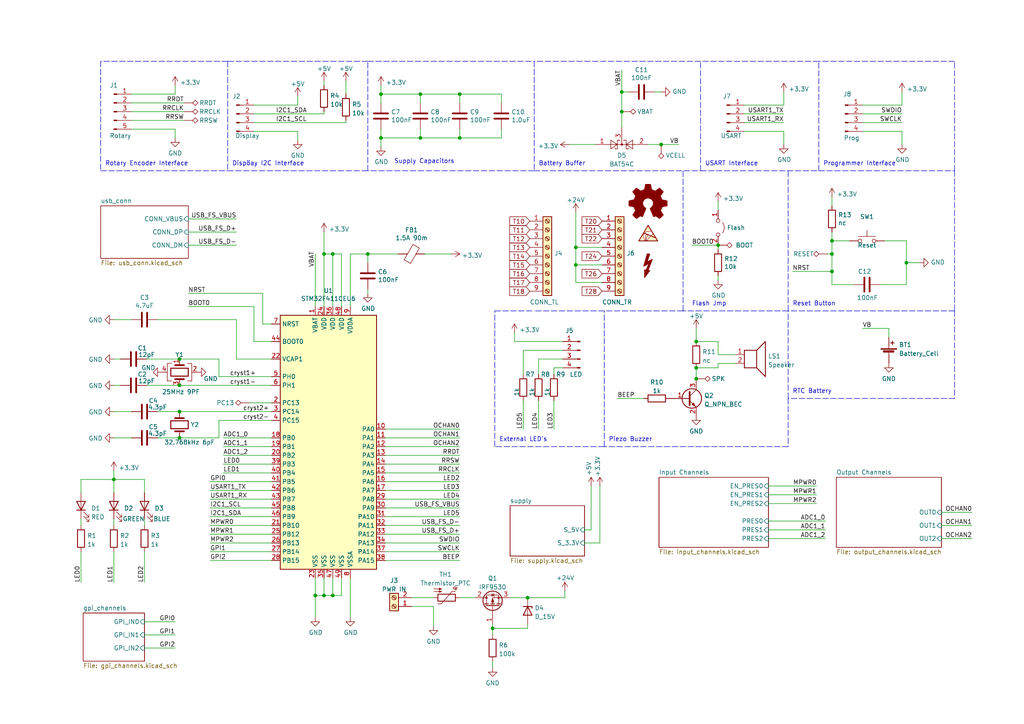
<source format=kicad_sch>
(kicad_sch (version 20211123) (generator eeschema)

  (uuid 949f679f-c6a9-4c5c-99c7-644ace536315)

  (paper "A4")

  (title_block
    (title "FloatPUMP Schematics")
    (date "2022-11-11")
    (rev "1.0")
    (company "robtor.de")
    (comment 1 "Controller board for up to 3 water pumps")
    (comment 2 "measuring capabilities with piezoresistive pressure sensors")
    (comment 3 "sensor input Range 4mA-20mA")
  )

  

  (junction (at 167.005 71.755) (diameter 0) (color 0 0 0 0)
    (uuid 020dcd38-f3e8-4a78-9f2b-9aea876e1d15)
  )
  (junction (at 91.44 172.72) (diameter 0) (color 0 0 0 0)
    (uuid 0c1b88cb-a078-4181-b19e-b5625c47d08a)
  )
  (junction (at 153.035 173.355) (diameter 0) (color 0 0 0 0)
    (uuid 1352fb65-da20-4a42-aad4-f9d19e5b5394)
  )
  (junction (at 96.52 73.66) (diameter 0) (color 0 0 0 0)
    (uuid 1b60fcfc-a270-4122-b967-c7c9c4b63403)
  )
  (junction (at 191.77 41.91) (diameter 0) (color 0 0 0 0)
    (uuid 1c5a68ea-fed7-43b9-a37a-435ca33d5ec4)
  )
  (junction (at 142.875 182.245) (diameter 0) (color 0 0 0 0)
    (uuid 1f2e7c06-7bbc-415a-aa2f-629ef66fd57a)
  )
  (junction (at 133.35 27.305) (diameter 0) (color 0 0 0 0)
    (uuid 2753d945-ace6-4480-9faf-9137856303ea)
  )
  (junction (at 167.005 76.835) (diameter 0) (color 0 0 0 0)
    (uuid 34e94350-deae-435e-bb69-b2d2a91754ce)
  )
  (junction (at 121.92 40.005) (diameter 0) (color 0 0 0 0)
    (uuid 39d0e9d0-a702-4c04-bc3c-653ef4f0c50e)
  )
  (junction (at 241.3 73.66) (diameter 0) (color 0 0 0 0)
    (uuid 4cd454dd-343a-4999-b869-a7127a4d9978)
  )
  (junction (at 121.92 27.305) (diameter 0) (color 0 0 0 0)
    (uuid 4f94cfba-8412-4c60-a31b-e6d995934dc1)
  )
  (junction (at 96.52 172.72) (diameter 0) (color 0 0 0 0)
    (uuid 5793e5cf-aaeb-41cc-8318-bb2419c1b81f)
  )
  (junction (at 52.07 127) (diameter 0) (color 0 0 0 0)
    (uuid 5a70c532-5383-43bb-b441-21ca36bd2484)
  )
  (junction (at 110.49 40.005) (diameter 0) (color 0 0 0 0)
    (uuid 6f88fca4-4670-437c-9fd1-4ebd76593daa)
  )
  (junction (at 241.3 78.74) (diameter 0) (color 0 0 0 0)
    (uuid 70750f1a-6a6e-4571-87e8-e96d7814c66f)
  )
  (junction (at 201.93 109.855) (diameter 0) (color 0 0 0 0)
    (uuid 9036384e-eee5-4451-b7e7-87842d0d6fca)
  )
  (junction (at 262.89 76.2) (diameter 0) (color 0 0 0 0)
    (uuid 92a2589f-ae05-42af-aab0-9bfaaa2a73f1)
  )
  (junction (at 133.35 40.005) (diameter 0) (color 0 0 0 0)
    (uuid 9569d29f-17d3-40a7-b073-1b7eb9687b43)
  )
  (junction (at 52.07 104.14) (diameter 0) (color 0 0 0 0)
    (uuid 97bd1d07-8f04-442c-80ac-c95cf3f51efe)
  )
  (junction (at 52.07 119.38) (diameter 0) (color 0 0 0 0)
    (uuid a0900619-a580-41eb-9fbb-5149e9a28aef)
  )
  (junction (at 33.02 139.065) (diameter 0) (color 0 0 0 0)
    (uuid a4b63938-0a30-421e-a83e-07ee3a44f405)
  )
  (junction (at 52.07 111.76) (diameter 0) (color 0 0 0 0)
    (uuid a70dc485-cc49-4e1f-b1ec-eb9c56462344)
  )
  (junction (at 180.34 26.67) (diameter 0) (color 0 0 0 0)
    (uuid bf64b8d9-04f8-4bac-906b-3f89e12e5d32)
  )
  (junction (at 201.93 106.68) (diameter 0) (color 0 0 0 0)
    (uuid d85d001d-db06-423e-99e2-d2c9676bf6eb)
  )
  (junction (at 106.68 73.66) (diameter 0) (color 0 0 0 0)
    (uuid dbb72415-af02-4b41-adad-978e86e84f5e)
  )
  (junction (at 208.28 71.12) (diameter 0) (color 0 0 0 0)
    (uuid dc71b394-38ca-4c3c-a2a5-7ef7a670c49b)
  )
  (junction (at 110.49 27.305) (diameter 0) (color 0 0 0 0)
    (uuid dee204e1-3149-4bb4-b821-dbc11df06a18)
  )
  (junction (at 93.98 73.66) (diameter 0) (color 0 0 0 0)
    (uuid ebee7b2d-9f75-4529-9377-97f671d1e3dc)
  )
  (junction (at 201.93 99.06) (diameter 0) (color 0 0 0 0)
    (uuid ec8c2ca1-97d3-4d7c-af64-6cbbbe597d8b)
  )
  (junction (at 93.98 172.72) (diameter 0) (color 0 0 0 0)
    (uuid ed19ccea-cfd8-433f-8938-ca1dd302430c)
  )
  (junction (at 180.34 32.385) (diameter 0) (color 0 0 0 0)
    (uuid f486435c-c972-42e4-8219-35ab13b3a285)
  )
  (junction (at 241.3 69.85) (diameter 0) (color 0 0 0 0)
    (uuid f93f0caf-de38-451e-8ca0-f8175bc6663c)
  )

  (wire (pts (xy 64.77 129.54) (xy 78.74 129.54))
    (stroke (width 0) (type default) (color 0 0 0 0))
    (uuid 011b2a2a-a574-42b5-999f-7ed9d9776a43)
  )
  (polyline (pts (xy 175.26 129.54) (xy 175.26 90.17))
    (stroke (width 0) (type default) (color 0 0 0 0))
    (uuid 01d42531-06ff-458e-91d1-5b96d3f8b385)
  )

  (wire (pts (xy 182.245 26.67) (xy 180.34 26.67))
    (stroke (width 0) (type default) (color 0 0 0 0))
    (uuid 0228648f-fd85-4f7f-9204-53610241d2b9)
  )
  (wire (pts (xy 38.1 119.38) (xy 33.02 119.38))
    (stroke (width 0) (type default) (color 0 0 0 0))
    (uuid 036a7d28-05ab-4651-ba1c-47fa1d863421)
  )
  (wire (pts (xy 73.66 99.06) (xy 73.66 88.9))
    (stroke (width 0) (type default) (color 0 0 0 0))
    (uuid 03a5e9df-cec7-4991-b6d5-c82d388e8d2e)
  )
  (wire (pts (xy 255.27 82.55) (xy 262.89 82.55))
    (stroke (width 0) (type default) (color 0 0 0 0))
    (uuid 062011a8-2b6e-42bc-aa5b-790abf63d348)
  )
  (wire (pts (xy 99.06 73.66) (xy 96.52 73.66))
    (stroke (width 0) (type default) (color 0 0 0 0))
    (uuid 06a42763-2f97-4419-84a6-ef6ea2a60fb4)
  )
  (wire (pts (xy 125.73 175.895) (xy 125.73 181.61))
    (stroke (width 0) (type default) (color 0 0 0 0))
    (uuid 07bc83a8-62a6-4bc6-a183-17b07f743dc3)
  )
  (wire (pts (xy 121.92 27.305) (xy 121.92 29.845))
    (stroke (width 0) (type default) (color 0 0 0 0))
    (uuid 08d4cfaf-b332-40f7-973c-66684e7a54a3)
  )
  (wire (pts (xy 110.49 27.305) (xy 110.49 29.845))
    (stroke (width 0) (type default) (color 0 0 0 0))
    (uuid 0a637dc5-5627-4329-935c-c4f041de6385)
  )
  (wire (pts (xy 93.98 33.02) (xy 93.98 32.385))
    (stroke (width 0) (type default) (color 0 0 0 0))
    (uuid 0bd2a9c0-96d6-44df-80fd-f97264a8b783)
  )
  (wire (pts (xy 52.07 104.14) (xy 42.545 104.14))
    (stroke (width 0) (type default) (color 0 0 0 0))
    (uuid 0c6fff14-bb97-4dc3-9f20-62bec77994c6)
  )
  (wire (pts (xy 78.74 119.38) (xy 52.07 119.38))
    (stroke (width 0) (type default) (color 0 0 0 0))
    (uuid 0e162795-22a7-4501-b03f-b283bb5650d9)
  )
  (wire (pts (xy 201.93 109.855) (xy 201.93 110.49))
    (stroke (width 0) (type default) (color 0 0 0 0))
    (uuid 0f47fb04-026a-4afa-9bfe-15f03def5d6b)
  )
  (wire (pts (xy 149.225 99.06) (xy 163.195 99.06))
    (stroke (width 0) (type default) (color 0 0 0 0))
    (uuid 126099d8-8b2d-4e87-990f-1fb99894d4b1)
  )
  (polyline (pts (xy 106.68 49.53) (xy 106.68 17.78))
    (stroke (width 0) (type default) (color 0 0 0 0))
    (uuid 14d3863a-1c03-4d48-a032-61ae3a0ad5c1)
  )

  (wire (pts (xy 78.74 132.08) (xy 64.77 132.08))
    (stroke (width 0) (type default) (color 0 0 0 0))
    (uuid 152be6bd-f8d6-47e9-9b6b-09485d01579b)
  )
  (wire (pts (xy 93.98 172.72) (xy 91.44 172.72))
    (stroke (width 0) (type default) (color 0 0 0 0))
    (uuid 16e9575c-a847-468f-810e-95497dadeb97)
  )
  (polyline (pts (xy 228.6 115.57) (xy 228.6 129.54))
    (stroke (width 0) (type default) (color 0 0 0 0))
    (uuid 17487b2e-2390-4106-a427-c6c54336dd3f)
  )
  (polyline (pts (xy 228.6 90.17) (xy 198.12 90.17))
    (stroke (width 0) (type default) (color 0 0 0 0))
    (uuid 191311d6-5bf7-47a9-ae1e-6b521cf3ea32)
  )

  (wire (pts (xy 60.96 149.86) (xy 78.74 149.86))
    (stroke (width 0) (type default) (color 0 0 0 0))
    (uuid 196b514b-b3f6-4344-904e-bca015040e93)
  )
  (wire (pts (xy 106.68 83.82) (xy 106.68 85.09))
    (stroke (width 0) (type default) (color 0 0 0 0))
    (uuid 1a8290e9-c445-4b51-b8b0-45fcbf671219)
  )
  (wire (pts (xy 41.91 142.875) (xy 41.91 139.065))
    (stroke (width 0) (type default) (color 0 0 0 0))
    (uuid 1ad7936f-a45d-43a3-8729-3f6ad34b3bbe)
  )
  (wire (pts (xy 208.28 80.01) (xy 208.28 81.28))
    (stroke (width 0) (type default) (color 0 0 0 0))
    (uuid 1b373a0f-a405-4f7c-be0d-0a515d48b205)
  )
  (wire (pts (xy 119.38 175.895) (xy 125.73 175.895))
    (stroke (width 0) (type default) (color 0 0 0 0))
    (uuid 1bd8d612-e272-4d35-ba59-ea5675b3dee2)
  )
  (wire (pts (xy 167.005 61.595) (xy 167.005 71.755))
    (stroke (width 0) (type default) (color 0 0 0 0))
    (uuid 1c31a8c1-e3ee-409a-b75b-be2b8e53a0b7)
  )
  (wire (pts (xy 111.76 127) (xy 133.35 127))
    (stroke (width 0) (type default) (color 0 0 0 0))
    (uuid 1dc46e87-a953-4f20-a4d4-4ecede78d2eb)
  )
  (wire (pts (xy 111.76 157.48) (xy 133.35 157.48))
    (stroke (width 0) (type default) (color 0 0 0 0))
    (uuid 1dd42d41-b809-42ae-b6a5-91ce0f5409f7)
  )
  (wire (pts (xy 100.33 23.495) (xy 100.33 27.305))
    (stroke (width 0) (type default) (color 0 0 0 0))
    (uuid 1e65348d-0394-491b-9696-4c8b7499f309)
  )
  (wire (pts (xy 215.9 35.56) (xy 227.33 35.56))
    (stroke (width 0) (type default) (color 0 0 0 0))
    (uuid 1f4d482a-d80d-48b4-a443-e0ca391c4f86)
  )
  (wire (pts (xy 241.3 69.85) (xy 241.3 73.66))
    (stroke (width 0) (type default) (color 0 0 0 0))
    (uuid 22a0b2d5-d975-4c12-bf03-7470074fed54)
  )
  (wire (pts (xy 96.52 167.64) (xy 96.52 172.72))
    (stroke (width 0) (type default) (color 0 0 0 0))
    (uuid 22f22dbe-16ed-4088-a875-5700f66d16da)
  )
  (wire (pts (xy 241.3 78.74) (xy 229.87 78.74))
    (stroke (width 0) (type default) (color 0 0 0 0))
    (uuid 2400f930-cf6d-41a8-baef-3048725f3a5b)
  )
  (wire (pts (xy 208.28 99.06) (xy 208.28 102.87))
    (stroke (width 0) (type default) (color 0 0 0 0))
    (uuid 268b38a4-5791-4865-b036-a0203f8e626d)
  )
  (wire (pts (xy 163.195 101.6) (xy 151.765 101.6))
    (stroke (width 0) (type default) (color 0 0 0 0))
    (uuid 27394eba-9cc1-4464-8a20-cc6a5fec851e)
  )
  (wire (pts (xy 133.35 40.005) (xy 145.415 40.005))
    (stroke (width 0) (type default) (color 0 0 0 0))
    (uuid 29120252-d73c-4a5c-b87f-011abc045fcf)
  )
  (wire (pts (xy 38.1 27.305) (xy 50.8 27.305))
    (stroke (width 0) (type default) (color 0 0 0 0))
    (uuid 2a745fcb-09cd-409b-a911-81fd22f368af)
  )
  (wire (pts (xy 41.91 187.96) (xy 50.8 187.96))
    (stroke (width 0) (type default) (color 0 0 0 0))
    (uuid 2abcf069-19de-44b8-a6b8-4d5ee2f7d656)
  )
  (wire (pts (xy 111.76 160.02) (xy 133.35 160.02))
    (stroke (width 0) (type default) (color 0 0 0 0))
    (uuid 2e15e8aa-7905-4170-bb81-958c9c2c74db)
  )
  (wire (pts (xy 52.07 111.76) (xy 42.545 111.76))
    (stroke (width 0) (type default) (color 0 0 0 0))
    (uuid 2e2ea9dc-2e78-48b2-a918-779655a2f4bb)
  )
  (wire (pts (xy 111.76 147.32) (xy 133.35 147.32))
    (stroke (width 0) (type default) (color 0 0 0 0))
    (uuid 2e4f3627-f43e-4331-8ab0-f5d657fd4ada)
  )
  (polyline (pts (xy 66.04 17.78) (xy 29.21 17.78))
    (stroke (width 0) (type default) (color 0 0 0 0))
    (uuid 2e6a35eb-6636-4c39-9b2b-0859e1c94ec8)
  )

  (wire (pts (xy 153.035 180.975) (xy 153.035 182.245))
    (stroke (width 0) (type default) (color 0 0 0 0))
    (uuid 2f2e35f4-29a5-4538-bc86-29219fef50b1)
  )
  (polyline (pts (xy 66.04 49.53) (xy 106.68 49.53))
    (stroke (width 0) (type default) (color 0 0 0 0))
    (uuid 3010d011-eabc-4cec-b667-b7b1111e3ea0)
  )

  (wire (pts (xy 250.19 33.02) (xy 261.62 33.02))
    (stroke (width 0) (type default) (color 0 0 0 0))
    (uuid 30260a6a-a0b0-4b42-95c3-26be610ecc3e)
  )
  (wire (pts (xy 156.21 116.205) (xy 156.21 124.46))
    (stroke (width 0) (type default) (color 0 0 0 0))
    (uuid 303ae7a7-4a06-4b35-a5ee-99b6d0ccce36)
  )
  (wire (pts (xy 33.02 111.76) (xy 34.925 111.76))
    (stroke (width 0) (type default) (color 0 0 0 0))
    (uuid 30c2d75b-0aa4-4c8b-abd3-15a8940150c1)
  )
  (wire (pts (xy 23.495 142.875) (xy 23.495 139.065))
    (stroke (width 0) (type default) (color 0 0 0 0))
    (uuid 30c6d872-e47d-4ced-8e4c-2dd7b663d734)
  )
  (wire (pts (xy 133.35 27.305) (xy 121.92 27.305))
    (stroke (width 0) (type default) (color 0 0 0 0))
    (uuid 31ddafb9-61de-4674-b559-9e8bd04c8807)
  )
  (wire (pts (xy 171.45 140.97) (xy 171.45 153.67))
    (stroke (width 0) (type default) (color 0 0 0 0))
    (uuid 32552d8d-ef82-40d3-aa95-d5b169fab07e)
  )
  (wire (pts (xy 201.93 99.06) (xy 208.28 99.06))
    (stroke (width 0) (type default) (color 0 0 0 0))
    (uuid 32a972fc-0c88-44e2-804d-656cd9a1d817)
  )
  (polyline (pts (xy 154.94 49.53) (xy 106.68 49.53))
    (stroke (width 0) (type default) (color 0 0 0 0))
    (uuid 32b4cc52-0f7d-4657-a812-f0ec32bb962f)
  )

  (wire (pts (xy 133.35 37.465) (xy 133.35 40.005))
    (stroke (width 0) (type default) (color 0 0 0 0))
    (uuid 339df927-10f1-44cb-aa5f-82bfd46240c7)
  )
  (wire (pts (xy 78.74 144.78) (xy 60.96 144.78))
    (stroke (width 0) (type default) (color 0 0 0 0))
    (uuid 35e191e7-0681-4caa-ab56-bca67244817b)
  )
  (polyline (pts (xy 143.51 90.17) (xy 154.94 90.17))
    (stroke (width 0) (type default) (color 0 0 0 0))
    (uuid 361b2945-3ddb-479e-87ba-da3a8981f58f)
  )

  (wire (pts (xy 142.875 180.975) (xy 142.875 182.245))
    (stroke (width 0) (type default) (color 0 0 0 0))
    (uuid 36d79d45-65d5-41e5-8d80-43f14f1c4944)
  )
  (wire (pts (xy 78.74 139.7) (xy 60.96 139.7))
    (stroke (width 0) (type default) (color 0 0 0 0))
    (uuid 375fb2af-999a-47fb-b314-c5ed0dda8fca)
  )
  (wire (pts (xy 123.19 73.66) (xy 130.81 73.66))
    (stroke (width 0) (type default) (color 0 0 0 0))
    (uuid 398e575e-ffcc-47d3-99bb-d2398359704a)
  )
  (wire (pts (xy 160.655 106.68) (xy 160.655 108.585))
    (stroke (width 0) (type default) (color 0 0 0 0))
    (uuid 3a1fc013-e799-4688-ae20-2bbf502da68b)
  )
  (wire (pts (xy 250.19 30.48) (xy 261.62 30.48))
    (stroke (width 0) (type default) (color 0 0 0 0))
    (uuid 3a77ad2c-5616-4b44-93df-e454912b8b77)
  )
  (wire (pts (xy 111.76 124.46) (xy 133.35 124.46))
    (stroke (width 0) (type default) (color 0 0 0 0))
    (uuid 3bb1b200-9bd3-4ca2-a3fe-ceac65ba2f22)
  )
  (wire (pts (xy 167.005 76.835) (xy 174.625 76.835))
    (stroke (width 0) (type default) (color 0 0 0 0))
    (uuid 3bf68d6c-3f0d-4de6-aabd-9f1649a44e6c)
  )
  (wire (pts (xy 151.765 116.205) (xy 151.765 124.46))
    (stroke (width 0) (type default) (color 0 0 0 0))
    (uuid 3c68ad2c-9010-4ef7-bedd-f009382cb08f)
  )
  (wire (pts (xy 250.19 95.25) (xy 257.81 95.25))
    (stroke (width 0) (type default) (color 0 0 0 0))
    (uuid 3eff4e29-2225-4c7e-8279-6d6efa2d67e4)
  )
  (wire (pts (xy 247.65 82.55) (xy 241.3 82.55))
    (stroke (width 0) (type default) (color 0 0 0 0))
    (uuid 3f407738-52f9-487e-96ff-574567b43890)
  )
  (wire (pts (xy 45.72 92.71) (xy 68.58 92.71))
    (stroke (width 0) (type default) (color 0 0 0 0))
    (uuid 400b7b23-e399-48ba-af02-3f8bdfca3c55)
  )
  (wire (pts (xy 111.76 129.54) (xy 133.35 129.54))
    (stroke (width 0) (type default) (color 0 0 0 0))
    (uuid 4015be1a-c6e1-42db-af6f-c161f489ea1f)
  )
  (wire (pts (xy 33.02 160.02) (xy 33.02 168.91))
    (stroke (width 0) (type default) (color 0 0 0 0))
    (uuid 4118162d-0e05-4908-9a1f-c7016575bccb)
  )
  (polyline (pts (xy 29.21 17.78) (xy 29.21 49.53))
    (stroke (width 0) (type default) (color 0 0 0 0))
    (uuid 41b6e1ba-5c99-4fd7-9c65-c4fb07c70188)
  )

  (wire (pts (xy 191.77 41.91) (xy 196.85 41.91))
    (stroke (width 0) (type default) (color 0 0 0 0))
    (uuid 424267dd-6303-4018-aae0-34d62814fcba)
  )
  (wire (pts (xy 99.06 167.64) (xy 99.06 172.72))
    (stroke (width 0) (type default) (color 0 0 0 0))
    (uuid 424d7750-ddcd-4f41-93ea-a6761834f91c)
  )
  (wire (pts (xy 222.885 140.97) (xy 236.855 140.97))
    (stroke (width 0) (type default) (color 0 0 0 0))
    (uuid 438c390e-2817-4262-9bb8-264a62f66854)
  )
  (wire (pts (xy 111.76 137.16) (xy 133.35 137.16))
    (stroke (width 0) (type default) (color 0 0 0 0))
    (uuid 4390a55c-a8f9-4caf-a838-233bb3ce27aa)
  )
  (wire (pts (xy 241.3 73.66) (xy 241.3 78.74))
    (stroke (width 0) (type default) (color 0 0 0 0))
    (uuid 43951137-b2ae-4c0a-b786-c0130baa43cf)
  )
  (wire (pts (xy 68.58 104.14) (xy 78.74 104.14))
    (stroke (width 0) (type default) (color 0 0 0 0))
    (uuid 43c49596-4b82-4ee2-b1be-2aafb6486920)
  )
  (wire (pts (xy 96.52 88.9) (xy 96.52 73.66))
    (stroke (width 0) (type default) (color 0 0 0 0))
    (uuid 4444fd17-a409-4254-92e6-9a69f5880d89)
  )
  (wire (pts (xy 180.34 26.67) (xy 180.34 20.32))
    (stroke (width 0) (type default) (color 0 0 0 0))
    (uuid 44ca684d-985e-45fb-a22b-01e29383cba4)
  )
  (wire (pts (xy 273.05 152.4) (xy 281.94 152.4))
    (stroke (width 0) (type default) (color 0 0 0 0))
    (uuid 44f02c76-ffc0-47e0-9779-2d79a58ff9cf)
  )
  (wire (pts (xy 208.28 58.42) (xy 208.28 60.96))
    (stroke (width 0) (type default) (color 0 0 0 0))
    (uuid 45f77cbe-76c9-4770-945d-6ce9f436791e)
  )
  (polyline (pts (xy 276.86 49.53) (xy 276.86 17.78))
    (stroke (width 0) (type default) (color 0 0 0 0))
    (uuid 4738ad5c-de7a-450c-a864-83a693566efb)
  )
  (polyline (pts (xy 154.94 49.53) (xy 203.2 49.53))
    (stroke (width 0) (type default) (color 0 0 0 0))
    (uuid 4cf2a8ea-f147-45e1-b905-8e01e3488a54)
  )

  (wire (pts (xy 52.07 119.38) (xy 45.72 119.38))
    (stroke (width 0) (type default) (color 0 0 0 0))
    (uuid 4d42688d-59c9-41ed-af68-2d906566e68c)
  )
  (wire (pts (xy 23.495 160.02) (xy 23.495 168.91))
    (stroke (width 0) (type default) (color 0 0 0 0))
    (uuid 4d4de7d2-6a8b-425f-a4ad-2111507b5618)
  )
  (wire (pts (xy 208.28 71.12) (xy 200.66 71.12))
    (stroke (width 0) (type default) (color 0 0 0 0))
    (uuid 4d79ec2b-2fc9-4ba1-b93a-d630912470a0)
  )
  (wire (pts (xy 34.925 104.14) (xy 33.02 104.14))
    (stroke (width 0) (type default) (color 0 0 0 0))
    (uuid 4e0ac502-331a-4340-82b9-dd8d8cee49d0)
  )
  (wire (pts (xy 147.955 173.355) (xy 153.035 173.355))
    (stroke (width 0) (type default) (color 0 0 0 0))
    (uuid 4f950d83-d276-400c-9197-f6b37b6bcb04)
  )
  (wire (pts (xy 227.33 38.1) (xy 227.33 41.91))
    (stroke (width 0) (type default) (color 0 0 0 0))
    (uuid 4fddd78f-1b0d-4365-b740-2df7595c3522)
  )
  (wire (pts (xy 156.21 104.14) (xy 156.21 108.585))
    (stroke (width 0) (type default) (color 0 0 0 0))
    (uuid 505d5465-5d3c-4c20-a903-bb9f0614c27d)
  )
  (wire (pts (xy 111.76 142.24) (xy 133.35 142.24))
    (stroke (width 0) (type default) (color 0 0 0 0))
    (uuid 507dbcec-13ef-491c-9e13-750ae5d08786)
  )
  (polyline (pts (xy 175.26 129.54) (xy 143.51 129.54))
    (stroke (width 0) (type default) (color 0 0 0 0))
    (uuid 51bbc616-36a1-464c-9200-0d0c8edfe960)
  )

  (wire (pts (xy 64.77 137.16) (xy 78.74 137.16))
    (stroke (width 0) (type default) (color 0 0 0 0))
    (uuid 51d162f7-2e8a-4bc7-88c1-e6c065d4b161)
  )
  (polyline (pts (xy 106.68 17.78) (xy 154.94 17.78))
    (stroke (width 0) (type default) (color 0 0 0 0))
    (uuid 55438888-edf4-4cf0-83da-f060d3938df2)
  )

  (wire (pts (xy 262.89 69.85) (xy 262.89 76.2))
    (stroke (width 0) (type default) (color 0 0 0 0))
    (uuid 55587dc1-052d-440c-a761-29091bbb6f2b)
  )
  (wire (pts (xy 163.195 106.68) (xy 160.655 106.68))
    (stroke (width 0) (type default) (color 0 0 0 0))
    (uuid 56073852-e094-44c0-abb8-63498ed962c1)
  )
  (wire (pts (xy 222.885 151.13) (xy 239.395 151.13))
    (stroke (width 0) (type default) (color 0 0 0 0))
    (uuid 5651f317-a2b7-4f02-bafd-3ed49b106af9)
  )
  (wire (pts (xy 111.76 134.62) (xy 133.35 134.62))
    (stroke (width 0) (type default) (color 0 0 0 0))
    (uuid 5675cbe2-6193-4193-a086-51fe846aeda2)
  )
  (wire (pts (xy 145.415 37.465) (xy 145.415 40.005))
    (stroke (width 0) (type default) (color 0 0 0 0))
    (uuid 57dab67d-73b5-4fcb-901b-a69051e35364)
  )
  (wire (pts (xy 76.2 93.98) (xy 76.2 85.09))
    (stroke (width 0) (type default) (color 0 0 0 0))
    (uuid 57fd891c-135f-4c54-af0d-9ea73edf736e)
  )
  (wire (pts (xy 227.33 30.48) (xy 227.33 26.67))
    (stroke (width 0) (type default) (color 0 0 0 0))
    (uuid 58170f19-2867-4e92-aef8-b013ab60ff8b)
  )
  (wire (pts (xy 241.3 57.15) (xy 241.3 59.69))
    (stroke (width 0) (type default) (color 0 0 0 0))
    (uuid 58a18d69-fc34-46c3-b57c-2e4d5b6313a2)
  )
  (wire (pts (xy 151.765 101.6) (xy 151.765 108.585))
    (stroke (width 0) (type default) (color 0 0 0 0))
    (uuid 5ab5fc39-d119-4939-b187-6241bdd9350c)
  )
  (polyline (pts (xy 106.68 17.78) (xy 66.04 17.78))
    (stroke (width 0) (type default) (color 0 0 0 0))
    (uuid 5be033f5-9678-4b75-be3b-55853d81c4f8)
  )

  (wire (pts (xy 121.92 27.305) (xy 110.49 27.305))
    (stroke (width 0) (type default) (color 0 0 0 0))
    (uuid 5c2af2de-18cd-439f-b9b8-856093f4e3ac)
  )
  (wire (pts (xy 153.035 182.245) (xy 142.875 182.245))
    (stroke (width 0) (type default) (color 0 0 0 0))
    (uuid 5cb3a061-bf6b-4a2e-855d-a4d7dd6be83b)
  )
  (wire (pts (xy 241.3 78.74) (xy 241.3 82.55))
    (stroke (width 0) (type default) (color 0 0 0 0))
    (uuid 5d9a5990-dcf8-486e-bfb6-30d6c0b34192)
  )
  (wire (pts (xy 63.5 104.14) (xy 52.07 104.14))
    (stroke (width 0) (type default) (color 0 0 0 0))
    (uuid 5e1d9c1f-58d3-41cd-9eb4-fb2ae3a4b10c)
  )
  (wire (pts (xy 215.9 30.48) (xy 227.33 30.48))
    (stroke (width 0) (type default) (color 0 0 0 0))
    (uuid 5e2838cc-acd7-4c51-bc18-f5f97bf524d9)
  )
  (polyline (pts (xy 29.21 49.53) (xy 66.04 49.53))
    (stroke (width 0) (type default) (color 0 0 0 0))
    (uuid 5fe5e54d-1eb6-4f0a-a978-61e0039cfbf1)
  )

  (wire (pts (xy 63.5 109.22) (xy 63.5 104.14))
    (stroke (width 0) (type default) (color 0 0 0 0))
    (uuid 613967c9-6a2a-45ae-bf78-98e4612f5d55)
  )
  (wire (pts (xy 240.03 73.66) (xy 241.3 73.66))
    (stroke (width 0) (type default) (color 0 0 0 0))
    (uuid 6142ef34-97be-4c90-9ca7-e387753b518a)
  )
  (wire (pts (xy 101.6 88.9) (xy 101.6 73.66))
    (stroke (width 0) (type default) (color 0 0 0 0))
    (uuid 618c3501-0e3a-49e5-8b16-1ffee4adee40)
  )
  (wire (pts (xy 222.885 156.21) (xy 239.395 156.21))
    (stroke (width 0) (type default) (color 0 0 0 0))
    (uuid 62b8cb17-877a-45b0-821a-c147661d06ec)
  )
  (wire (pts (xy 241.3 69.85) (xy 246.38 69.85))
    (stroke (width 0) (type default) (color 0 0 0 0))
    (uuid 62d616c4-a645-4785-83f4-e7b9176541bd)
  )
  (wire (pts (xy 262.89 76.2) (xy 266.7 76.2))
    (stroke (width 0) (type default) (color 0 0 0 0))
    (uuid 63c78302-c24d-424c-9283-52ae93200987)
  )
  (wire (pts (xy 63.5 121.92) (xy 63.5 127))
    (stroke (width 0) (type default) (color 0 0 0 0))
    (uuid 65a211f6-d005-41c5-aeb4-31d7e06acfc2)
  )
  (wire (pts (xy 64.77 134.62) (xy 78.74 134.62))
    (stroke (width 0) (type default) (color 0 0 0 0))
    (uuid 68877676-f185-4ce5-994a-3e7cd8c4b619)
  )
  (wire (pts (xy 111.76 152.4) (xy 133.35 152.4))
    (stroke (width 0) (type default) (color 0 0 0 0))
    (uuid 69502565-c8b7-43eb-99e0-3580594b1098)
  )
  (wire (pts (xy 201.93 106.68) (xy 201.93 109.855))
    (stroke (width 0) (type default) (color 0 0 0 0))
    (uuid 69ab2ff6-8d0a-4e41-8e1a-1caf0870f3b7)
  )
  (wire (pts (xy 201.93 95.25) (xy 201.93 99.06))
    (stroke (width 0) (type default) (color 0 0 0 0))
    (uuid 6c7d8008-17da-4be5-b57e-dfb877a7ef32)
  )
  (wire (pts (xy 121.92 37.465) (xy 121.92 40.005))
    (stroke (width 0) (type default) (color 0 0 0 0))
    (uuid 6ce9cb44-7b50-4bf3-98c7-6ca59e7305b2)
  )
  (wire (pts (xy 145.415 29.845) (xy 145.415 27.305))
    (stroke (width 0) (type default) (color 0 0 0 0))
    (uuid 6dd36aa5-6a60-4752-8a21-1772effb9f07)
  )
  (wire (pts (xy 167.005 71.755) (xy 174.625 71.755))
    (stroke (width 0) (type default) (color 0 0 0 0))
    (uuid 6e68d57d-1e50-4170-95cd-df0718dd1899)
  )
  (polyline (pts (xy 276.86 17.78) (xy 237.49 17.78))
    (stroke (width 0) (type default) (color 0 0 0 0))
    (uuid 6fd2b7a8-9e41-4aa1-88b4-f9ee307d1b4b)
  )

  (wire (pts (xy 78.74 111.76) (xy 52.07 111.76))
    (stroke (width 0) (type default) (color 0 0 0 0))
    (uuid 715db6a8-aaa0-46b4-addd-972ee71b75dc)
  )
  (wire (pts (xy 110.49 37.465) (xy 110.49 40.005))
    (stroke (width 0) (type default) (color 0 0 0 0))
    (uuid 71b00c47-caef-48f6-91be-7f1855a1e2c0)
  )
  (wire (pts (xy 111.76 132.08) (xy 133.35 132.08))
    (stroke (width 0) (type default) (color 0 0 0 0))
    (uuid 72cc00e4-7e53-46d8-858f-e435f5b37f05)
  )
  (wire (pts (xy 201.93 106.68) (xy 208.28 106.68))
    (stroke (width 0) (type default) (color 0 0 0 0))
    (uuid 743fef08-4881-4afb-adde-ee5bd2198117)
  )
  (wire (pts (xy 241.3 67.31) (xy 241.3 69.85))
    (stroke (width 0) (type default) (color 0 0 0 0))
    (uuid 748c549b-7c57-462b-9f39-c28eb0045225)
  )
  (wire (pts (xy 215.9 38.1) (xy 227.33 38.1))
    (stroke (width 0) (type default) (color 0 0 0 0))
    (uuid 74d4a3c7-cc41-4e0e-b616-9fc3c358b2ae)
  )
  (wire (pts (xy 121.92 40.005) (xy 110.49 40.005))
    (stroke (width 0) (type default) (color 0 0 0 0))
    (uuid 752a7bdc-59a7-4a9e-ae9b-a35465dc8e0c)
  )
  (wire (pts (xy 93.98 88.9) (xy 93.98 73.66))
    (stroke (width 0) (type default) (color 0 0 0 0))
    (uuid 75594c3c-e55b-4454-809c-0a72aa43af83)
  )
  (wire (pts (xy 222.885 153.67) (xy 239.395 153.67))
    (stroke (width 0) (type default) (color 0 0 0 0))
    (uuid 769aead0-25d0-4594-84cb-d6b74ceb8cd8)
  )
  (wire (pts (xy 23.495 139.065) (xy 33.02 139.065))
    (stroke (width 0) (type default) (color 0 0 0 0))
    (uuid 78ce4bcf-16dc-4d77-99b5-ce1b3e6d1d63)
  )
  (wire (pts (xy 261.62 30.48) (xy 261.62 26.67))
    (stroke (width 0) (type default) (color 0 0 0 0))
    (uuid 78f1b9a8-ca0e-4e8c-91b8-a46bcfebec64)
  )
  (wire (pts (xy 167.005 71.755) (xy 167.005 76.835))
    (stroke (width 0) (type default) (color 0 0 0 0))
    (uuid 7a5b5fc8-5a47-4860-a97b-3135d1597dc6)
  )
  (wire (pts (xy 169.545 153.67) (xy 171.45 153.67))
    (stroke (width 0) (type default) (color 0 0 0 0))
    (uuid 7c1300bc-e1a7-4d72-bfe2-bffc21d5f5e3)
  )
  (wire (pts (xy 73.66 88.9) (xy 54.61 88.9))
    (stroke (width 0) (type default) (color 0 0 0 0))
    (uuid 7c20a18a-318c-4e79-afcf-a3e87eb69a53)
  )
  (wire (pts (xy 153.035 173.355) (xy 163.83 173.355))
    (stroke (width 0) (type default) (color 0 0 0 0))
    (uuid 7c60ca1a-91e0-4fe6-a048-42e3f6f265ec)
  )
  (wire (pts (xy 99.06 172.72) (xy 96.52 172.72))
    (stroke (width 0) (type default) (color 0 0 0 0))
    (uuid 7ee436ac-423d-4d29-90ad-39fdc300fae0)
  )
  (wire (pts (xy 68.58 92.71) (xy 68.58 104.14))
    (stroke (width 0) (type default) (color 0 0 0 0))
    (uuid 837370a5-1290-49d7-96e4-d4c2412ac873)
  )
  (wire (pts (xy 96.52 172.72) (xy 93.98 172.72))
    (stroke (width 0) (type default) (color 0 0 0 0))
    (uuid 84a2320f-8ad9-4501-8628-7ca6e418f956)
  )
  (wire (pts (xy 179.07 115.57) (xy 186.69 115.57))
    (stroke (width 0) (type default) (color 0 0 0 0))
    (uuid 87cf9f49-2322-4621-91eb-11035c4cedf8)
  )
  (wire (pts (xy 72.39 116.84) (xy 78.74 116.84))
    (stroke (width 0) (type default) (color 0 0 0 0))
    (uuid 88123869-4c37-45f5-b8c1-72149ea8f4ba)
  )
  (wire (pts (xy 133.35 40.005) (xy 121.92 40.005))
    (stroke (width 0) (type default) (color 0 0 0 0))
    (uuid 88c7d4ef-4a81-4ff0-8236-354227632382)
  )
  (wire (pts (xy 169.545 157.48) (xy 173.99 157.48))
    (stroke (width 0) (type default) (color 0 0 0 0))
    (uuid 88d142d5-00b5-4d86-9b5a-1ce9e7d17cbb)
  )
  (wire (pts (xy 160.655 116.205) (xy 160.655 124.46))
    (stroke (width 0) (type default) (color 0 0 0 0))
    (uuid 8afd873f-9a06-4b39-ab04-49f0059f061b)
  )
  (wire (pts (xy 41.91 184.15) (xy 50.8 184.15))
    (stroke (width 0) (type default) (color 0 0 0 0))
    (uuid 8b4e071f-9509-4780-a465-03d34bc67608)
  )
  (wire (pts (xy 78.74 109.22) (xy 63.5 109.22))
    (stroke (width 0) (type default) (color 0 0 0 0))
    (uuid 8b558919-c46d-47f8-bf42-0c0ee86f63f0)
  )
  (wire (pts (xy 111.76 139.7) (xy 133.35 139.7))
    (stroke (width 0) (type default) (color 0 0 0 0))
    (uuid 8bf90929-6d2d-4a79-b1a1-138fa542533a)
  )
  (wire (pts (xy 133.35 173.355) (xy 137.795 173.355))
    (stroke (width 0) (type default) (color 0 0 0 0))
    (uuid 8c71accb-9ad4-46a4-99b3-04c04e38d9f1)
  )
  (polyline (pts (xy 154.94 17.78) (xy 154.94 49.53))
    (stroke (width 0) (type default) (color 0 0 0 0))
    (uuid 8d77d4ce-5809-4e16-9db8-9d8672ed5276)
  )

  (wire (pts (xy 73.66 38.1) (xy 86.36 38.1))
    (stroke (width 0) (type default) (color 0 0 0 0))
    (uuid 8d858d92-08ba-438f-a480-02393eb30c20)
  )
  (wire (pts (xy 167.005 81.915) (xy 167.005 76.835))
    (stroke (width 0) (type default) (color 0 0 0 0))
    (uuid 8e30c1ea-738e-4249-83d3-ea6a40d6910c)
  )
  (polyline (pts (xy 237.49 17.78) (xy 203.2 17.78))
    (stroke (width 0) (type default) (color 0 0 0 0))
    (uuid 8f2ebcdd-5322-432c-8de8-6f6fa3726577)
  )

  (wire (pts (xy 86.36 38.1) (xy 86.36 40.64))
    (stroke (width 0) (type default) (color 0 0 0 0))
    (uuid 8f733a2c-4b86-4934-a2e4-283803e72b72)
  )
  (wire (pts (xy 91.44 172.72) (xy 91.44 167.64))
    (stroke (width 0) (type default) (color 0 0 0 0))
    (uuid 911ef457-a362-4278-aeb0-e20b4bb95f57)
  )
  (wire (pts (xy 76.2 85.09) (xy 54.61 85.09))
    (stroke (width 0) (type default) (color 0 0 0 0))
    (uuid 91e5eec5-ba86-4de8-8306-b82359e84f0b)
  )
  (wire (pts (xy 111.76 149.86) (xy 133.35 149.86))
    (stroke (width 0) (type default) (color 0 0 0 0))
    (uuid 93be490e-4a1a-433c-b296-e5201b30adb1)
  )
  (polyline (pts (xy 237.49 49.53) (xy 237.49 17.78))
    (stroke (width 0) (type default) (color 0 0 0 0))
    (uuid 95462dda-11ce-48d0-b7d6-002ca6ca715a)
  )

  (wire (pts (xy 78.74 154.94) (xy 60.96 154.94))
    (stroke (width 0) (type default) (color 0 0 0 0))
    (uuid 95c0b30a-014d-4809-9e39-76cfd21137e8)
  )
  (wire (pts (xy 38.1 32.385) (xy 53.34 32.385))
    (stroke (width 0) (type default) (color 0 0 0 0))
    (uuid 95d61b58-2fd5-43ab-bfd4-cc233f0800db)
  )
  (wire (pts (xy 273.05 156.21) (xy 281.94 156.21))
    (stroke (width 0) (type default) (color 0 0 0 0))
    (uuid 95fa23fd-11b6-43e1-a7ba-9d9bca32c40b)
  )
  (wire (pts (xy 38.1 92.71) (xy 33.02 92.71))
    (stroke (width 0) (type default) (color 0 0 0 0))
    (uuid 964c3381-2dfe-4f42-9493-7645015217dd)
  )
  (wire (pts (xy 33.02 127) (xy 38.1 127))
    (stroke (width 0) (type default) (color 0 0 0 0))
    (uuid 98d42198-ed3b-4bf0-8e91-cbf5646f19a6)
  )
  (wire (pts (xy 93.98 73.66) (xy 93.98 67.31))
    (stroke (width 0) (type default) (color 0 0 0 0))
    (uuid 990602b7-cde7-45dc-92b8-b9c7bf4dd7ac)
  )
  (wire (pts (xy 93.98 167.64) (xy 93.98 172.72))
    (stroke (width 0) (type default) (color 0 0 0 0))
    (uuid 99979f31-c85d-4c90-81ff-676e69fef161)
  )
  (wire (pts (xy 86.36 27.94) (xy 86.36 30.48))
    (stroke (width 0) (type default) (color 0 0 0 0))
    (uuid 9a8e5ffa-9aed-471c-a8e6-a636cf083f34)
  )
  (wire (pts (xy 106.68 76.2) (xy 106.68 73.66))
    (stroke (width 0) (type default) (color 0 0 0 0))
    (uuid 9b08aa48-fde9-4f0c-abdd-7ab3f00ef3e0)
  )
  (wire (pts (xy 149.225 96.52) (xy 149.225 99.06))
    (stroke (width 0) (type default) (color 0 0 0 0))
    (uuid 9b20bafc-d645-4d67-9a2c-e2d16646bed8)
  )
  (wire (pts (xy 78.74 162.56) (xy 60.96 162.56))
    (stroke (width 0) (type default) (color 0 0 0 0))
    (uuid 9b37b30a-3649-4363-8875-f3fb5ec17e65)
  )
  (wire (pts (xy 215.9 33.02) (xy 227.33 33.02))
    (stroke (width 0) (type default) (color 0 0 0 0))
    (uuid 9c1e6565-7a7a-4067-bbd0-872c0268b742)
  )
  (wire (pts (xy 163.195 104.14) (xy 156.21 104.14))
    (stroke (width 0) (type default) (color 0 0 0 0))
    (uuid 9cc9d3c8-ba88-40da-9425-3b87aa46e513)
  )
  (wire (pts (xy 133.35 29.845) (xy 133.35 27.305))
    (stroke (width 0) (type default) (color 0 0 0 0))
    (uuid 9d5e6a18-8b3a-47d4-b855-1b2ca215c734)
  )
  (polyline (pts (xy 198.12 90.17) (xy 198.12 49.53))
    (stroke (width 0) (type default) (color 0 0 0 0))
    (uuid 9ecc751b-0606-4a8f-9372-63a5cb28ad4e)
  )

  (wire (pts (xy 262.89 76.2) (xy 262.89 82.55))
    (stroke (width 0) (type default) (color 0 0 0 0))
    (uuid a05ced30-092c-475f-857c-28f2ada8a95d)
  )
  (polyline (pts (xy 276.86 49.53) (xy 276.86 90.17))
    (stroke (width 0) (type default) (color 0 0 0 0))
    (uuid a0735468-fe8c-4d1d-8469-a88cd0829ac1)
  )

  (wire (pts (xy 54.61 71.12) (xy 68.58 71.12))
    (stroke (width 0) (type default) (color 0 0 0 0))
    (uuid a2a8943b-bcd6-4326-88ce-86d550232544)
  )
  (wire (pts (xy 180.34 32.385) (xy 180.34 36.83))
    (stroke (width 0) (type default) (color 0 0 0 0))
    (uuid a6b1970e-7fb2-4104-ae0a-e27cd049864d)
  )
  (wire (pts (xy 174.625 81.915) (xy 167.005 81.915))
    (stroke (width 0) (type default) (color 0 0 0 0))
    (uuid a85eb9a0-1179-4914-9862-fd5e1778e50f)
  )
  (wire (pts (xy 78.74 93.98) (xy 76.2 93.98))
    (stroke (width 0) (type default) (color 0 0 0 0))
    (uuid a89c8429-59bb-42fc-bc75-babaaeef03d9)
  )
  (wire (pts (xy 257.81 97.79) (xy 257.81 95.25))
    (stroke (width 0) (type default) (color 0 0 0 0))
    (uuid a9a9a4b6-8a0f-441d-b901-b6be940df615)
  )
  (wire (pts (xy 73.66 30.48) (xy 86.36 30.48))
    (stroke (width 0) (type default) (color 0 0 0 0))
    (uuid aa3fb47d-c127-41e0-acc4-dce6b0c86d5f)
  )
  (wire (pts (xy 63.5 127) (xy 52.07 127))
    (stroke (width 0) (type default) (color 0 0 0 0))
    (uuid ab6d145b-8b2c-4b78-9fa4-d11fb96ed0e4)
  )
  (wire (pts (xy 50.8 37.465) (xy 50.8 40.005))
    (stroke (width 0) (type default) (color 0 0 0 0))
    (uuid adbff9ca-1914-4369-8ccd-4dec08f28a8e)
  )
  (polyline (pts (xy 228.6 90.17) (xy 228.6 49.53))
    (stroke (width 0) (type default) (color 0 0 0 0))
    (uuid add543ca-adad-4f14-9c6f-90093a2e4561)
  )

  (wire (pts (xy 100.33 35.56) (xy 100.33 34.925))
    (stroke (width 0) (type default) (color 0 0 0 0))
    (uuid ae573e88-cf0e-42aa-83ce-8bd94150ded4)
  )
  (wire (pts (xy 256.54 69.85) (xy 262.89 69.85))
    (stroke (width 0) (type default) (color 0 0 0 0))
    (uuid af6725f5-c846-41f8-b609-4d0d39f7a149)
  )
  (polyline (pts (xy 228.6 115.57) (xy 228.6 90.17))
    (stroke (width 0) (type default) (color 0 0 0 0))
    (uuid b0dad422-ee01-40cf-9bf3-b9abe86989a0)
  )

  (wire (pts (xy 250.19 35.56) (xy 261.62 35.56))
    (stroke (width 0) (type default) (color 0 0 0 0))
    (uuid b12b8d6d-075d-4ebe-8821-613f22e76050)
  )
  (wire (pts (xy 60.96 160.02) (xy 78.74 160.02))
    (stroke (width 0) (type default) (color 0 0 0 0))
    (uuid b27f8d6a-5c79-4388-b709-4ee534ab4242)
  )
  (polyline (pts (xy 198.12 90.17) (xy 154.94 90.17))
    (stroke (width 0) (type default) (color 0 0 0 0))
    (uuid b401eecd-f8bd-4e64-8d28-37b75cfe8ca1)
  )

  (wire (pts (xy 142.875 184.15) (xy 142.875 182.245))
    (stroke (width 0) (type default) (color 0 0 0 0))
    (uuid b4ad7000-feaa-4ba2-9737-d5a3d6b55b74)
  )
  (polyline (pts (xy 276.86 90.17) (xy 228.6 90.17))
    (stroke (width 0) (type default) (color 0 0 0 0))
    (uuid b6056db1-1452-4b70-b01d-a7ba36c5259e)
  )

  (wire (pts (xy 111.76 154.94) (xy 133.35 154.94))
    (stroke (width 0) (type default) (color 0 0 0 0))
    (uuid b7bf21d8-635b-4ba8-931a-f395d90500b3)
  )
  (polyline (pts (xy 66.04 17.78) (xy 66.04 49.53))
    (stroke (width 0) (type default) (color 0 0 0 0))
    (uuid b8414c94-63de-4156-a96e-3fc44e986736)
  )
  (polyline (pts (xy 228.6 129.54) (xy 175.26 129.54))
    (stroke (width 0) (type default) (color 0 0 0 0))
    (uuid b94aeef8-cd3f-4340-9ae1-82d3bb739012)
  )

  (wire (pts (xy 91.44 88.9) (xy 91.44 73.66))
    (stroke (width 0) (type default) (color 0 0 0 0))
    (uuid bb1bb570-2a1a-4394-a465-3e3f93b04bc3)
  )
  (wire (pts (xy 96.52 73.66) (xy 93.98 73.66))
    (stroke (width 0) (type default) (color 0 0 0 0))
    (uuid bc1861f3-bc7f-47c2-9f68-a672fe4e27e5)
  )
  (wire (pts (xy 41.91 150.495) (xy 41.91 152.4))
    (stroke (width 0) (type default) (color 0 0 0 0))
    (uuid bc1cd474-ad2d-4d09-84b6-2427b03dddd2)
  )
  (wire (pts (xy 250.19 38.1) (xy 261.62 38.1))
    (stroke (width 0) (type default) (color 0 0 0 0))
    (uuid bc47ce52-222c-47cd-ad64-1775f2c90d97)
  )
  (wire (pts (xy 110.49 27.305) (xy 110.49 24.765))
    (stroke (width 0) (type default) (color 0 0 0 0))
    (uuid bc776d57-ec50-4332-bcea-30cfae22cb9c)
  )
  (wire (pts (xy 99.06 88.9) (xy 99.06 73.66))
    (stroke (width 0) (type default) (color 0 0 0 0))
    (uuid bcb24732-4854-4f1c-8c63-7ed38b9499fe)
  )
  (wire (pts (xy 208.28 72.39) (xy 208.28 71.12))
    (stroke (width 0) (type default) (color 0 0 0 0))
    (uuid bf9c2abc-32bf-4026-9f6c-082d75f3024c)
  )
  (wire (pts (xy 110.49 40.005) (xy 110.49 42.545))
    (stroke (width 0) (type default) (color 0 0 0 0))
    (uuid c138df99-414c-43c1-acb2-f07d1bf70c11)
  )
  (polyline (pts (xy 203.2 49.53) (xy 237.49 49.53))
    (stroke (width 0) (type default) (color 0 0 0 0))
    (uuid c6af4135-16c4-4238-ad8c-249231c54888)
  )

  (wire (pts (xy 142.875 191.77) (xy 142.875 193.675))
    (stroke (width 0) (type default) (color 0 0 0 0))
    (uuid c6d45b81-ec44-4b56-970c-a8492aebdd20)
  )
  (wire (pts (xy 111.76 162.56) (xy 133.35 162.56))
    (stroke (width 0) (type default) (color 0 0 0 0))
    (uuid c711a49a-c2e7-4fe7-a5e9-375f5e64d2bc)
  )
  (wire (pts (xy 38.1 37.465) (xy 50.8 37.465))
    (stroke (width 0) (type default) (color 0 0 0 0))
    (uuid c80e5648-60ca-4a95-816c-f49b2f0a5777)
  )
  (wire (pts (xy 93.98 23.495) (xy 93.98 24.765))
    (stroke (width 0) (type default) (color 0 0 0 0))
    (uuid c84aefb8-9f08-4261-8cba-cacf291e197d)
  )
  (wire (pts (xy 261.62 38.1) (xy 261.62 41.91))
    (stroke (width 0) (type default) (color 0 0 0 0))
    (uuid cb14be23-ab98-48c6-9abc-b932f63964a4)
  )
  (wire (pts (xy 60.96 142.24) (xy 78.74 142.24))
    (stroke (width 0) (type default) (color 0 0 0 0))
    (uuid cb7bc55a-2323-48ce-92b6-125d73a762b3)
  )
  (wire (pts (xy 91.44 172.72) (xy 91.44 179.07))
    (stroke (width 0) (type default) (color 0 0 0 0))
    (uuid ccc4c377-89ee-44c7-a202-6503eff25fe6)
  )
  (wire (pts (xy 78.74 121.92) (xy 63.5 121.92))
    (stroke (width 0) (type default) (color 0 0 0 0))
    (uuid ce45bb24-479d-4683-aa67-755497195e70)
  )
  (wire (pts (xy 78.74 99.06) (xy 73.66 99.06))
    (stroke (width 0) (type default) (color 0 0 0 0))
    (uuid ce5a1aac-236e-4abf-b1fe-601a38c49f71)
  )
  (wire (pts (xy 222.885 143.51) (xy 236.855 143.51))
    (stroke (width 0) (type default) (color 0 0 0 0))
    (uuid cea0e747-bc0d-4ecc-afdd-051936aac5b3)
  )
  (wire (pts (xy 78.74 127) (xy 64.77 127))
    (stroke (width 0) (type default) (color 0 0 0 0))
    (uuid d0ce3aee-e805-4c59-8762-90f34d751749)
  )
  (wire (pts (xy 33.02 139.065) (xy 33.02 142.875))
    (stroke (width 0) (type default) (color 0 0 0 0))
    (uuid d173243c-9836-4450-b9b9-8164a87447dc)
  )
  (polyline (pts (xy 203.2 17.78) (xy 154.94 17.78))
    (stroke (width 0) (type default) (color 0 0 0 0))
    (uuid d2df2db7-6b1d-41f5-82f6-b44efdb2263a)
  )
  (polyline (pts (xy 276.86 90.17) (xy 276.86 115.57))
    (stroke (width 0) (type default) (color 0 0 0 0))
    (uuid d3ccf262-928e-4d3c-b7fb-10f0fd24e90c)
  )

  (wire (pts (xy 187.96 41.91) (xy 191.77 41.91))
    (stroke (width 0) (type default) (color 0 0 0 0))
    (uuid d59d8e3b-ab91-4e44-a48e-fcab5114ba4b)
  )
  (wire (pts (xy 191.77 26.67) (xy 189.865 26.67))
    (stroke (width 0) (type default) (color 0 0 0 0))
    (uuid d6056601-590e-40a7-8ff6-31fe6146d5f2)
  )
  (wire (pts (xy 106.68 73.66) (xy 115.57 73.66))
    (stroke (width 0) (type default) (color 0 0 0 0))
    (uuid d6810000-b98f-4103-8b13-717f8558ec4e)
  )
  (wire (pts (xy 73.66 33.02) (xy 93.98 33.02))
    (stroke (width 0) (type default) (color 0 0 0 0))
    (uuid d6d2b2a7-d8a5-420f-a284-8759beb962c6)
  )
  (wire (pts (xy 41.91 180.34) (xy 50.8 180.34))
    (stroke (width 0) (type default) (color 0 0 0 0))
    (uuid d7be70c0-432e-4886-8aed-aaaf7b3d6873)
  )
  (wire (pts (xy 50.8 24.765) (xy 50.8 27.305))
    (stroke (width 0) (type default) (color 0 0 0 0))
    (uuid dcff3f94-f6a1-46ab-808f-ff344af909cf)
  )
  (wire (pts (xy 173.99 140.97) (xy 173.99 157.48))
    (stroke (width 0) (type default) (color 0 0 0 0))
    (uuid decffccb-3910-4a00-b471-9086ac1afabe)
  )
  (wire (pts (xy 111.76 144.78) (xy 133.35 144.78))
    (stroke (width 0) (type default) (color 0 0 0 0))
    (uuid dfa0739b-211d-4ea0-b2c6-5d073248355d)
  )
  (wire (pts (xy 78.74 157.48) (xy 60.96 157.48))
    (stroke (width 0) (type default) (color 0 0 0 0))
    (uuid dfed6e74-55ff-41a0-a5be-13947b0d0f22)
  )
  (wire (pts (xy 208.28 105.41) (xy 208.28 106.68))
    (stroke (width 0) (type default) (color 0 0 0 0))
    (uuid e285b06c-3055-4c27-9657-454e5eee412a)
  )
  (wire (pts (xy 38.1 29.845) (xy 53.34 29.845))
    (stroke (width 0) (type default) (color 0 0 0 0))
    (uuid e63bea54-8882-4449-827e-26ac8b2b34b1)
  )
  (wire (pts (xy 33.02 139.065) (xy 41.91 139.065))
    (stroke (width 0) (type default) (color 0 0 0 0))
    (uuid e73a6660-d48a-4e68-81c8-476273629ae8)
  )
  (polyline (pts (xy 143.51 129.54) (xy 143.51 90.17))
    (stroke (width 0) (type default) (color 0 0 0 0))
    (uuid e86f5740-aff8-4cde-80e3-0698a60149a9)
  )

  (wire (pts (xy 73.66 35.56) (xy 100.33 35.56))
    (stroke (width 0) (type default) (color 0 0 0 0))
    (uuid e89fb6a3-31fd-4862-ac4f-9b5b7beccc8e)
  )
  (wire (pts (xy 52.07 127) (xy 45.72 127))
    (stroke (width 0) (type default) (color 0 0 0 0))
    (uuid e90c6fab-6929-4bd3-a2c8-c327741c2207)
  )
  (wire (pts (xy 54.61 63.5) (xy 68.58 63.5))
    (stroke (width 0) (type default) (color 0 0 0 0))
    (uuid e95ae691-6553-4ec9-9bfb-ec7e231ba2ff)
  )
  (wire (pts (xy 33.02 136.525) (xy 33.02 139.065))
    (stroke (width 0) (type default) (color 0 0 0 0))
    (uuid ea1bf3bb-617d-4685-ac7d-38426d0a3177)
  )
  (wire (pts (xy 213.36 105.41) (xy 208.28 105.41))
    (stroke (width 0) (type default) (color 0 0 0 0))
    (uuid eb61c2d7-7968-485e-9d23-94f9df4543ec)
  )
  (wire (pts (xy 41.91 160.02) (xy 41.91 168.91))
    (stroke (width 0) (type default) (color 0 0 0 0))
    (uuid ec5aefdf-0a0a-4e5e-a358-8d55d652d7d9)
  )
  (wire (pts (xy 133.35 27.305) (xy 145.415 27.305))
    (stroke (width 0) (type default) (color 0 0 0 0))
    (uuid eda5650f-4123-47f7-a571-b4cf417c532d)
  )
  (polyline (pts (xy 203.2 49.53) (xy 203.2 17.78))
    (stroke (width 0) (type default) (color 0 0 0 0))
    (uuid ee664fba-5e11-49e9-b568-bf569641899a)
  )

  (wire (pts (xy 273.05 148.59) (xy 281.94 148.59))
    (stroke (width 0) (type default) (color 0 0 0 0))
    (uuid eed5dbbe-9362-46fd-9ec9-8df3ea84b9d9)
  )
  (wire (pts (xy 54.61 67.31) (xy 68.58 67.31))
    (stroke (width 0) (type default) (color 0 0 0 0))
    (uuid efff8124-bdab-4cd3-8181-faad1eb27e4f)
  )
  (wire (pts (xy 101.6 167.64) (xy 101.6 179.07))
    (stroke (width 0) (type default) (color 0 0 0 0))
    (uuid f0332d1f-1208-4b12-a62f-9d973be4942a)
  )
  (wire (pts (xy 208.28 102.87) (xy 213.36 102.87))
    (stroke (width 0) (type default) (color 0 0 0 0))
    (uuid f1c037e2-4968-4b91-93d7-5af5fa892692)
  )
  (wire (pts (xy 165.1 41.91) (xy 172.72 41.91))
    (stroke (width 0) (type default) (color 0 0 0 0))
    (uuid f51f9441-4a22-42ba-84ab-b9f70e0bb738)
  )
  (wire (pts (xy 119.38 173.355) (xy 125.73 173.355))
    (stroke (width 0) (type default) (color 0 0 0 0))
    (uuid f68609f3-db3f-40a8-b141-a9386259ca3b)
  )
  (wire (pts (xy 38.1 34.925) (xy 53.34 34.925))
    (stroke (width 0) (type default) (color 0 0 0 0))
    (uuid f6d7768b-349b-4d15-860f-03353a92b09a)
  )
  (wire (pts (xy 163.83 171.45) (xy 163.83 173.355))
    (stroke (width 0) (type default) (color 0 0 0 0))
    (uuid f76f71dc-9670-4a17-9e2b-07e48dc4b097)
  )
  (wire (pts (xy 23.495 150.495) (xy 23.495 152.4))
    (stroke (width 0) (type default) (color 0 0 0 0))
    (uuid fc22b293-6cee-449d-b5a4-753d9e7bd70e)
  )
  (wire (pts (xy 60.96 147.32) (xy 78.74 147.32))
    (stroke (width 0) (type default) (color 0 0 0 0))
    (uuid fd279f4a-6103-49ab-9aca-9c752647cb31)
  )
  (polyline (pts (xy 276.86 115.57) (xy 228.6 115.57))
    (stroke (width 0) (type default) (color 0 0 0 0))
    (uuid fd2c4dfc-6ee1-4379-9c1d-4105297e3b22)
  )

  (wire (pts (xy 101.6 73.66) (xy 106.68 73.66))
    (stroke (width 0) (type default) (color 0 0 0 0))
    (uuid fd5f488f-02dc-45e3-81dd-6ecd42735c1e)
  )
  (wire (pts (xy 180.34 26.67) (xy 180.34 32.385))
    (stroke (width 0) (type default) (color 0 0 0 0))
    (uuid fdadcd65-f9cd-4782-864d-73f050b8fdc6)
  )
  (wire (pts (xy 78.74 152.4) (xy 60.96 152.4))
    (stroke (width 0) (type default) (color 0 0 0 0))
    (uuid fe800396-56f0-4157-b178-12820e8e71f6)
  )
  (polyline (pts (xy 237.49 49.53) (xy 276.86 49.53))
    (stroke (width 0) (type default) (color 0 0 0 0))
    (uuid ff13df63-79e7-456b-ba33-c7b42181baf1)
  )

  (wire (pts (xy 33.02 150.495) (xy 33.02 152.4))
    (stroke (width 0) (type default) (color 0 0 0 0))
    (uuid ff5f55d8-385c-483e-824c-68c831f6b346)
  )
  (wire (pts (xy 222.885 146.05) (xy 236.855 146.05))
    (stroke (width 0) (type default) (color 0 0 0 0))
    (uuid ffdd8df0-24b8-4804-8c68-0e63bb417a68)
  )

  (text "External LED's" (at 144.78 128.27 0)
    (effects (font (size 1.27 1.27)) (justify left bottom))
    (uuid 017a1a46-f72b-4996-b512-4b634480c4a5)
  )
  (text "RTC Battery" (at 229.87 114.3 0)
    (effects (font (size 1.27 1.27)) (justify left bottom))
    (uuid 0b5885e5-3847-4f5e-80a6-a1d39a0aefd0)
  )
  (text "Dispöay I2C Interface" (at 67.31 48.26 0)
    (effects (font (size 1.27 1.27)) (justify left bottom))
    (uuid 0defbe19-7b19-4a49-8972-10bbc764b5a7)
  )
  (text "Supply Capacitors" (at 114.3 47.625 0)
    (effects (font (size 1.27 1.27)) (justify left bottom))
    (uuid 3e1ba6f1-d940-410a-bd1f-10d2af9a24ae)
  )
  (text "Programmer Interface" (at 238.76 48.26 0)
    (effects (font (size 1.27 1.27)) (justify left bottom))
    (uuid 587138c9-702c-4a25-839b-028ab8a02ae7)
  )
  (text "USART Interface" (at 204.47 48.26 0)
    (effects (font (size 1.27 1.27)) (justify left bottom))
    (uuid 809952c8-24e7-4ea8-bfc0-946fbf63093b)
  )
  (text "Flash Jmp" (at 200.66 88.9 0)
    (effects (font (size 1.27 1.27)) (justify left bottom))
    (uuid a8f2ac5c-add0-4922-966b-0f44cf18ed75)
  )
  (text "Piezo Buzzer" (at 176.53 128.27 0)
    (effects (font (size 1.27 1.27)) (justify left bottom))
    (uuid b94cb03a-bc8a-45e6-aadf-06e0fbd0235f)
  )
  (text "Reset Button" (at 229.87 88.9 0)
    (effects (font (size 1.27 1.27)) (justify left bottom))
    (uuid ce6d8115-7823-4fa9-9e76-4a170d34e0ba)
  )
  (text "Rotary Encoder Interface" (at 30.48 48.26 0)
    (effects (font (size 1.27 1.27)) (justify left bottom))
    (uuid ea567204-ac80-4545-984d-6fca6cd2b7ef)
  )
  (text "Battery Buffer" (at 156.21 48.26 0)
    (effects (font (size 1.27 1.27)) (justify left bottom))
    (uuid eb47dc04-05eb-48cf-ad53-7f358086fc3c)
  )

  (label "ADC1_2" (at 64.77 132.08 0)
    (effects (font (size 1.27 1.27)) (justify left bottom))
    (uuid 01f26101-14e0-49d7-b864-83154aa0392b)
  )
  (label "VB" (at 196.85 41.91 180)
    (effects (font (size 1.27 1.27)) (justify right bottom))
    (uuid 0ad54205-cd37-4326-af0f-448de1ac90d3)
  )
  (label "SWDIO" (at 261.62 33.02 180)
    (effects (font (size 1.27 1.27)) (justify right bottom))
    (uuid 0bafb6c3-29f6-4468-b990-40848bf1ed32)
  )
  (label "NRST" (at 229.87 78.74 0)
    (effects (font (size 1.27 1.27)) (justify left bottom))
    (uuid 0bf3de27-6c87-4257-bdac-61101f34f880)
  )
  (label "I2C1_SCL" (at 80.01 35.56 0)
    (effects (font (size 1.27 1.27)) (justify left bottom))
    (uuid 0bf53b7e-bec3-4f28-b622-5e594121350e)
  )
  (label "LED1" (at 33.02 168.91 90)
    (effects (font (size 1.27 1.27)) (justify left bottom))
    (uuid 0bfc7775-35ea-4265-98df-93644976ab20)
  )
  (label "RRDT" (at 53.34 29.845 180)
    (effects (font (size 1.27 1.27)) (justify right bottom))
    (uuid 0d8cceb6-90fb-424d-ba7e-7e1ec0606a2e)
  )
  (label "GPI1" (at 50.8 184.15 180)
    (effects (font (size 1.27 1.27)) (justify right bottom))
    (uuid 0ef8f704-3780-400d-a7e0-b4d07c8fe5cd)
  )
  (label "USART1_RX" (at 60.96 144.78 0)
    (effects (font (size 1.27 1.27)) (justify left bottom))
    (uuid 10a22105-b5e5-4d0e-baa6-7c8d166cee3a)
  )
  (label "VBAT" (at 91.44 77.47 90)
    (effects (font (size 1.27 1.27)) (justify left bottom))
    (uuid 119583ad-9474-4db5-8169-33e03808748c)
  )
  (label "cryst1+" (at 66.675 109.22 0)
    (effects (font (size 1.27 1.27)) (justify left bottom))
    (uuid 137b70cb-5668-4b92-9118-012903996c43)
  )
  (label "SWDIO" (at 133.35 157.48 180)
    (effects (font (size 1.27 1.27)) (justify right bottom))
    (uuid 1565bb66-b2a0-44b4-9dd5-e36fa0378a13)
  )
  (label "GPI2" (at 50.8 187.96 180)
    (effects (font (size 1.27 1.27)) (justify right bottom))
    (uuid 1db55f4c-c514-41d4-b660-55ed292fa0ac)
  )
  (label "GPI2" (at 60.96 162.56 0)
    (effects (font (size 1.27 1.27)) (justify left bottom))
    (uuid 24971fe2-a935-44f2-8811-c5172cf816be)
  )
  (label "MPWR2" (at 60.96 157.48 0)
    (effects (font (size 1.27 1.27)) (justify left bottom))
    (uuid 2e9ffb67-bf9e-40ec-a54e-c0611c059ca1)
  )
  (label "LED3" (at 160.655 124.46 90)
    (effects (font (size 1.27 1.27)) (justify left bottom))
    (uuid 307a4f5e-b4d0-44d4-b839-15eeef9c5d49)
  )
  (label "USB_FS_D-" (at 133.35 152.4 180)
    (effects (font (size 1.27 1.27)) (justify right bottom))
    (uuid 324c6e2b-aee1-48fe-8d26-b3f3f55229fb)
  )
  (label "LED5" (at 151.765 124.46 90)
    (effects (font (size 1.27 1.27)) (justify left bottom))
    (uuid 3599f4e8-3fb3-4d84-9723-76b40e926b1e)
  )
  (label "LED4" (at 133.35 144.78 180)
    (effects (font (size 1.27 1.27)) (justify right bottom))
    (uuid 37dc14e2-f05a-4b6d-a204-00d1a64fe143)
  )
  (label "BOOT0" (at 200.66 71.12 0)
    (effects (font (size 1.27 1.27)) (justify left bottom))
    (uuid 3c90c2f6-5699-44ff-a0d7-4f2a6987c670)
  )
  (label "OCHAN2" (at 281.94 156.21 180)
    (effects (font (size 1.27 1.27)) (justify right bottom))
    (uuid 40b7033f-56a8-4a37-af8e-e47dd03d953b)
  )
  (label "SWCLK" (at 133.35 160.02 180)
    (effects (font (size 1.27 1.27)) (justify right bottom))
    (uuid 45d6d53a-fad1-4668-9d88-a1119f0ff15a)
  )
  (label "I2C1_SDA" (at 60.96 149.86 0)
    (effects (font (size 1.27 1.27)) (justify left bottom))
    (uuid 4a6336e7-ef02-466a-b414-91780f3b7064)
  )
  (label "USART1_TX" (at 60.96 142.24 0)
    (effects (font (size 1.27 1.27)) (justify left bottom))
    (uuid 4eff8699-ddbb-47d3-b710-c5845377e1d3)
  )
  (label "RRSW" (at 53.34 34.925 180)
    (effects (font (size 1.27 1.27)) (justify right bottom))
    (uuid 55a4774d-4ea8-49d4-874b-a093480f21f3)
  )
  (label "ADC1_1" (at 239.395 153.67 180)
    (effects (font (size 1.27 1.27)) (justify right bottom))
    (uuid 5c7b727e-1cdf-4ecb-9cf1-48558db33af3)
  )
  (label "I2C1_SCL" (at 60.96 147.32 0)
    (effects (font (size 1.27 1.27)) (justify left bottom))
    (uuid 5d2815c4-905c-48f8-804d-0c55f5785a93)
  )
  (label "LED0" (at 64.77 134.62 0)
    (effects (font (size 1.27 1.27)) (justify left bottom))
    (uuid 5d94ff4e-a986-4051-91de-fe0615c8c5cc)
  )
  (label "OCHAN1" (at 133.35 127 180)
    (effects (font (size 1.27 1.27)) (justify right bottom))
    (uuid 61f67028-00f5-4b0a-be62-aa9dfe927cdb)
  )
  (label "USB_FS_VBUS" (at 68.58 63.5 180)
    (effects (font (size 1.27 1.27)) (justify right bottom))
    (uuid 62ee71f9-523d-446c-aaad-63916388e5b1)
  )
  (label "SWCLK" (at 261.62 35.56 180)
    (effects (font (size 1.27 1.27)) (justify right bottom))
    (uuid 652f4aaa-29c6-49c3-98bc-268b651cc5b1)
  )
  (label "OCHAN2" (at 133.35 129.54 180)
    (effects (font (size 1.27 1.27)) (justify right bottom))
    (uuid 69f66d06-f98c-4cb9-99be-0b785b82bb39)
  )
  (label "USB_FS_D-" (at 68.58 71.12 180)
    (effects (font (size 1.27 1.27)) (justify right bottom))
    (uuid 6bf8fb7f-ec37-44f1-887b-868bea2ade29)
  )
  (label "RRSW" (at 133.35 134.62 180)
    (effects (font (size 1.27 1.27)) (justify right bottom))
    (uuid 6cf470ec-cf60-4857-a654-d4f4e879f44f)
  )
  (label "OCHAN0" (at 281.94 148.59 180)
    (effects (font (size 1.27 1.27)) (justify right bottom))
    (uuid 73377c61-4b88-4a36-977d-e4ec19babf5c)
  )
  (label "ADC1_2" (at 239.395 156.21 180)
    (effects (font (size 1.27 1.27)) (justify right bottom))
    (uuid 73e4fcb3-e436-4e5a-af51-d6bac5d5b249)
  )
  (label "USART1_RX" (at 227.33 35.56 180)
    (effects (font (size 1.27 1.27)) (justify right bottom))
    (uuid 79be2177-45e3-4591-b0e4-9f6611d4d304)
  )
  (label "MPWR2" (at 236.855 146.05 180)
    (effects (font (size 1.27 1.27)) (justify right bottom))
    (uuid 80a392e7-6229-4f28-8661-5e6f382ac66b)
  )
  (label "BEEP" (at 133.35 162.56 180)
    (effects (font (size 1.27 1.27)) (justify right bottom))
    (uuid 817e9fb0-0ae3-4e01-a0ef-945961e19efe)
  )
  (label "NRST" (at 54.61 85.09 0)
    (effects (font (size 1.27 1.27)) (justify left bottom))
    (uuid 83d6e466-b1b3-4852-bb18-1870428418d6)
  )
  (label "GPI0" (at 60.96 139.7 0)
    (effects (font (size 1.27 1.27)) (justify left bottom))
    (uuid 861c066b-24a5-40ad-abdb-81ad01a08c52)
  )
  (label "LED2" (at 41.91 168.91 90)
    (effects (font (size 1.27 1.27)) (justify left bottom))
    (uuid 86e6d591-8084-4a92-a5c2-9af4a530888b)
  )
  (label "cryst2-" (at 70.485 121.92 0)
    (effects (font (size 1.27 1.27)) (justify left bottom))
    (uuid 8c5afe24-91c1-402d-b83d-7c0d60b4da4d)
  )
  (label "RRCLK" (at 133.35 137.16 180)
    (effects (font (size 1.27 1.27)) (justify right bottom))
    (uuid 8c8c59e1-1920-4ac6-8ff7-3c1859ce6103)
  )
  (label "LED3" (at 133.35 142.24 180)
    (effects (font (size 1.27 1.27)) (justify right bottom))
    (uuid 908e257c-25af-4b93-adf9-6e79fad23a9e)
  )
  (label "LED1" (at 64.77 137.16 0)
    (effects (font (size 1.27 1.27)) (justify left bottom))
    (uuid 917cc612-5289-41aa-9bc7-d66a48401312)
  )
  (label "LED0" (at 23.495 168.91 90)
    (effects (font (size 1.27 1.27)) (justify left bottom))
    (uuid 9680f7d3-99b4-42f7-b07c-eb99bd686e6f)
  )
  (label "OCHAN0" (at 133.35 124.46 180)
    (effects (font (size 1.27 1.27)) (justify right bottom))
    (uuid 98dfd6c3-376d-4a5a-8d89-816548ad7dfa)
  )
  (label "GPI1" (at 60.96 160.02 0)
    (effects (font (size 1.27 1.27)) (justify left bottom))
    (uuid 9bac1879-0f10-478b-ae7e-2a30ac69a7e4)
  )
  (label "OCHAN1" (at 281.94 152.4 180)
    (effects (font (size 1.27 1.27)) (justify right bottom))
    (uuid a48cef53-7b65-48d3-8e3e-ba6ef4210794)
  )
  (label "cryst1-" (at 66.675 111.76 0)
    (effects (font (size 1.27 1.27)) (justify left bottom))
    (uuid ae581cf0-088b-4a56-a6fb-eb60810c89dc)
  )
  (label "RRCLK" (at 53.34 32.385 180)
    (effects (font (size 1.27 1.27)) (justify right bottom))
    (uuid b58069b1-acff-47e7-ba13-93f0588aca67)
  )
  (label "MPWR0" (at 236.855 140.97 180)
    (effects (font (size 1.27 1.27)) (justify right bottom))
    (uuid b68728c4-75ca-4cd7-a5c4-ca373982ddb1)
  )
  (label "I2C1_SDA" (at 80.01 33.02 0)
    (effects (font (size 1.27 1.27)) (justify left bottom))
    (uuid baf45280-83b2-4a6c-84eb-013ba743c5d2)
  )
  (label "ADC1_1" (at 64.77 129.54 0)
    (effects (font (size 1.27 1.27)) (justify left bottom))
    (uuid bfb2dd11-7539-40fc-ba94-235cdef582c6)
  )
  (label "USB_FS_D+" (at 133.35 154.94 180)
    (effects (font (size 1.27 1.27)) (justify right bottom))
    (uuid c1a44538-f6f8-4af0-9fc5-3f6b11729d3f)
  )
  (label "GPI0" (at 50.8 180.34 180)
    (effects (font (size 1.27 1.27)) (justify right bottom))
    (uuid c5173561-9d82-4d57-8ff1-e5e1372c9298)
  )
  (label "USB_FS_D+" (at 68.58 67.31 180)
    (effects (font (size 1.27 1.27)) (justify right bottom))
    (uuid c79e5f67-4b78-4499-ac27-2e9576ba1f8d)
  )
  (label "cryst2+" (at 70.485 119.38 0)
    (effects (font (size 1.27 1.27)) (justify left bottom))
    (uuid ca8d602e-23d0-43a5-9ef4-fc14701d179e)
  )
  (label "USART1_TX" (at 227.33 33.02 180)
    (effects (font (size 1.27 1.27)) (justify right bottom))
    (uuid d0900990-075f-4812-bd59-e5062bc74f3b)
  )
  (label "VB" (at 250.19 95.25 0)
    (effects (font (size 1.27 1.27)) (justify left bottom))
    (uuid d09618a2-c5e3-4ef4-b0ec-d277f47ec4ff)
  )
  (label "BEEP" (at 179.07 115.57 0)
    (effects (font (size 1.27 1.27)) (justify left bottom))
    (uuid d1a1a029-6cfe-4bbc-97ea-1f0f7e755349)
  )
  (label "LED4" (at 156.21 124.46 90)
    (effects (font (size 1.27 1.27)) (justify left bottom))
    (uuid d44b69dd-a688-4a8c-a170-31b8605fdc4c)
  )
  (label "USB_FS_VBUS" (at 133.35 147.32 180)
    (effects (font (size 1.27 1.27)) (justify right bottom))
    (uuid d5726472-d1c1-480c-8a8e-61e17c0bf72e)
  )
  (label "ADC1_0" (at 64.77 127 0)
    (effects (font (size 1.27 1.27)) (justify left bottom))
    (uuid db27a1de-06c2-4314-b565-a78c9686fafb)
  )
  (label "MPWR1" (at 60.96 154.94 0)
    (effects (font (size 1.27 1.27)) (justify left bottom))
    (uuid dbed082c-31eb-4550-80d7-db601aa7ce1f)
  )
  (label "LED5" (at 133.35 149.86 180)
    (effects (font (size 1.27 1.27)) (justify right bottom))
    (uuid dd05e16a-b4de-451e-8db5-7f04207e0db1)
  )
  (label "BOOT0" (at 54.61 88.9 0)
    (effects (font (size 1.27 1.27)) (justify left bottom))
    (uuid e71e4571-a2c0-4cdc-a885-cb23ad9f49ec)
  )
  (label "RRDT" (at 133.35 132.08 180)
    (effects (font (size 1.27 1.27)) (justify right bottom))
    (uuid e72798e2-9100-4ab4-ad96-f081271afee7)
  )
  (label "MPWR1" (at 236.855 143.51 180)
    (effects (font (size 1.27 1.27)) (justify right bottom))
    (uuid e879d712-18af-4756-8ead-224246068494)
  )
  (label "ADC1_0" (at 239.395 151.13 180)
    (effects (font (size 1.27 1.27)) (justify right bottom))
    (uuid f4ee6f32-763f-41f0-8d36-ac7648c57b21)
  )
  (label "VBAT" (at 180.34 20.32 270)
    (effects (font (size 1.27 1.27)) (justify right bottom))
    (uuid f5b2e692-3243-408a-9160-bd207d3e0414)
  )
  (label "MPWR0" (at 60.96 152.4 0)
    (effects (font (size 1.27 1.27)) (justify left bottom))
    (uuid f69fcc53-2631-45de-87bf-6432155144f3)
  )
  (label "LED2" (at 133.35 139.7 180)
    (effects (font (size 1.27 1.27)) (justify right bottom))
    (uuid f9f54305-2c45-4ef0-946a-c21c0b533443)
  )

  (global_label "T15" (shape input) (at 153.67 76.835 180) (fields_autoplaced)
    (effects (font (size 1.27 1.27)) (justify right))
    (uuid 1411bd32-3ea9-4ddd-b079-f2ef7aecc58e)
    (property "Referenzen zwischen Schaltplänen" "${INTERSHEET_REFS}" (id 0) (at 147.9591 76.7556 0)
      (effects (font (size 1.27 1.27)) (justify right) hide)
    )
  )
  (global_label "T13" (shape input) (at 153.67 71.755 180) (fields_autoplaced)
    (effects (font (size 1.27 1.27)) (justify right))
    (uuid 3e6af9d9-5f75-497b-a09b-f50accedbdf2)
    (property "Referenzen zwischen Schaltplänen" "${INTERSHEET_REFS}" (id 0) (at 147.9591 71.6756 0)
      (effects (font (size 1.27 1.27)) (justify right) hide)
    )
  )
  (global_label "T12" (shape input) (at 153.67 69.215 180) (fields_autoplaced)
    (effects (font (size 1.27 1.27)) (justify right))
    (uuid 4ea6cf17-87f1-4952-800d-4395ae4a8d74)
    (property "Referenzen zwischen Schaltplänen" "${INTERSHEET_REFS}" (id 0) (at 147.9591 69.1356 0)
      (effects (font (size 1.27 1.27)) (justify right) hide)
    )
  )
  (global_label "T20" (shape input) (at 174.625 64.135 180) (fields_autoplaced)
    (effects (font (size 1.27 1.27)) (justify right))
    (uuid 51443dee-bd4b-4139-98bb-05ad3c54271c)
    (property "Referenzen zwischen Schaltplänen" "${INTERSHEET_REFS}" (id 0) (at 168.9141 64.0556 0)
      (effects (font (size 1.27 1.27)) (justify right) hide)
    )
  )
  (global_label "T16" (shape input) (at 153.67 79.375 180) (fields_autoplaced)
    (effects (font (size 1.27 1.27)) (justify right))
    (uuid 6dcb83aa-e91c-446d-8c1c-00e52f2827e8)
    (property "Referenzen zwischen Schaltplänen" "${INTERSHEET_REFS}" (id 0) (at 147.9591 79.2956 0)
      (effects (font (size 1.27 1.27)) (justify right) hide)
    )
  )
  (global_label "T10" (shape input) (at 153.67 64.135 180) (fields_autoplaced)
    (effects (font (size 1.27 1.27)) (justify right))
    (uuid 7b65e551-3512-4243-a461-926a635d67c2)
    (property "Referenzen zwischen Schaltplänen" "${INTERSHEET_REFS}" (id 0) (at 147.9591 64.0556 0)
      (effects (font (size 1.27 1.27)) (justify right) hide)
    )
  )
  (global_label "T21" (shape input) (at 174.625 66.675 180) (fields_autoplaced)
    (effects (font (size 1.27 1.27)) (justify right))
    (uuid 95232589-6cfd-4041-b6df-f7484a65af2d)
    (property "Referenzen zwischen Schaltplänen" "${INTERSHEET_REFS}" (id 0) (at 168.9141 66.5956 0)
      (effects (font (size 1.27 1.27)) (justify right) hide)
    )
  )
  (global_label "T22" (shape input) (at 174.625 69.215 180) (fields_autoplaced)
    (effects (font (size 1.27 1.27)) (justify right))
    (uuid 9d8f7a36-a6dc-485c-9a20-36186c299ef2)
    (property "Referenzen zwischen Schaltplänen" "${INTERSHEET_REFS}" (id 0) (at 168.9141 69.1356 0)
      (effects (font (size 1.27 1.27)) (justify right) hide)
    )
  )
  (global_label "T24" (shape input) (at 174.625 74.295 180) (fields_autoplaced)
    (effects (font (size 1.27 1.27)) (justify right))
    (uuid b4010302-32b5-4b5b-b1eb-239f514701b2)
    (property "Referenzen zwischen Schaltplänen" "${INTERSHEET_REFS}" (id 0) (at 168.9141 74.2156 0)
      (effects (font (size 1.27 1.27)) (justify right) hide)
    )
  )
  (global_label "T17" (shape input) (at 153.67 81.915 180) (fields_autoplaced)
    (effects (font (size 1.27 1.27)) (justify right))
    (uuid b4361d63-5163-4217-b79c-eb71ffcf9fd7)
    (property "Referenzen zwischen Schaltplänen" "${INTERSHEET_REFS}" (id 0) (at 147.9591 81.8356 0)
      (effects (font (size 1.27 1.27)) (justify right) hide)
    )
  )
  (global_label "T28" (shape input) (at 174.625 84.455 180) (fields_autoplaced)
    (effects (font (size 1.27 1.27)) (justify right))
    (uuid c7cd25ca-665c-4bb6-9486-6c6c6e96b8fe)
    (property "Referenzen zwischen Schaltplänen" "${INTERSHEET_REFS}" (id 0) (at 168.9141 84.3756 0)
      (effects (font (size 1.27 1.27)) (justify right) hide)
    )
  )
  (global_label "T14" (shape input) (at 153.67 74.295 180) (fields_autoplaced)
    (effects (font (size 1.27 1.27)) (justify right))
    (uuid ce99db40-d01d-48b1-9d47-5da18b8d8513)
    (property "Referenzen zwischen Schaltplänen" "${INTERSHEET_REFS}" (id 0) (at 147.9591 74.2156 0)
      (effects (font (size 1.27 1.27)) (justify right) hide)
    )
  )
  (global_label "T26" (shape input) (at 174.625 79.375 180) (fields_autoplaced)
    (effects (font (size 1.27 1.27)) (justify right))
    (uuid e024dc7b-5b89-4f72-ae8b-fa0d8159dec8)
    (property "Referenzen zwischen Schaltplänen" "${INTERSHEET_REFS}" (id 0) (at 168.9141 79.2956 0)
      (effects (font (size 1.27 1.27)) (justify right) hide)
    )
  )
  (global_label "T18" (shape input) (at 153.67 84.455 180) (fields_autoplaced)
    (effects (font (size 1.27 1.27)) (justify right))
    (uuid e1938d98-3c9d-4151-ba9d-78ad07417399)
    (property "Referenzen zwischen Schaltplänen" "${INTERSHEET_REFS}" (id 0) (at 147.9591 84.3756 0)
      (effects (font (size 1.27 1.27)) (justify right) hide)
    )
  )
  (global_label "T11" (shape input) (at 153.67 66.675 180) (fields_autoplaced)
    (effects (font (size 1.27 1.27)) (justify right))
    (uuid f6bcfb0e-967d-4afd-a230-b3ac1ebb33a6)
    (property "Referenzen zwischen Schaltplänen" "${INTERSHEET_REFS}" (id 0) (at 147.9591 66.5956 0)
      (effects (font (size 1.27 1.27)) (justify right) hide)
    )
  )

  (symbol (lib_id "MCU_ST_STM32F4:STM32F411CEUx") (at 96.52 127 0) (unit 1)
    (in_bom yes) (on_board yes)
    (uuid 00000000-0000-0000-0000-0000636c0193)
    (property "Reference" "U1" (id 0) (at 95.25 84.3026 0))
    (property "Value" "STM32F411CEU6" (id 1) (at 95.25 86.614 0))
    (property "Footprint" "Package_DFN_QFN:QFN-48-1EP_7x7mm_P0.5mm_EP5.6x5.6mm" (id 2) (at 81.28 165.1 0)
      (effects (font (size 1.27 1.27)) (justify right) hide)
    )
    (property "Datasheet" "http://www.st.com/st-web-ui/static/active/en/resource/technical/document/datasheet/DM00115249.pdf" (id 3) (at 96.52 127 0)
      (effects (font (size 1.27 1.27)) hide)
    )
    (property "JLCPCB" "C60420" (id 4) (at 96.52 127 0)
      (effects (font (size 1.27 1.27)) hide)
    )
    (pin "1" (uuid 1e766996-f37b-47e8-bc5b-dc9c27f7543f))
    (pin "10" (uuid 7edf752d-2616-45d2-8cb8-4622943246b2))
    (pin "11" (uuid b9a310a3-26bc-429c-a57e-2739e4aaa587))
    (pin "12" (uuid 8b5207e6-467b-4e54-a6c1-7a51251745fc))
    (pin "13" (uuid 47ff56d9-9266-4caa-9f98-1ca01809dada))
    (pin "14" (uuid 9ae3a0ac-4e10-4b88-abdb-4b1364be3570))
    (pin "15" (uuid 282ee813-c1d5-4993-946d-b30277f74143))
    (pin "16" (uuid 91b471d4-1286-4dc4-a78a-caff92597a6c))
    (pin "17" (uuid 68a6e09d-e23e-4415-9fb9-b3691cb2901e))
    (pin "18" (uuid 1f09b78c-443b-4f10-9b6d-d3189620479b))
    (pin "19" (uuid a90c388d-0a07-4fe8-a999-f7a7c17dee49))
    (pin "2" (uuid 5ffd7d67-6aa6-45db-a79b-01e7975761b9))
    (pin "20" (uuid 7b339044-6f0c-4036-a1fa-861975ea881c))
    (pin "21" (uuid 7ff2bea3-5a20-41de-80af-7c74b9314f98))
    (pin "22" (uuid d66b2366-7ce1-4ec9-93fe-c2d403a36681))
    (pin "23" (uuid 011947b7-e496-4737-aa02-c02fe2a60eb9))
    (pin "24" (uuid 4f73f9e7-f4bb-4942-899a-2d36f802b129))
    (pin "25" (uuid 9638bd29-f30c-45b0-8a24-af4dd5d1711a))
    (pin "26" (uuid fe30ecb8-62ec-47dd-8c1c-bf47cf204ce4))
    (pin "27" (uuid 9a2ca39d-9cba-4286-ab76-7442fd0e4042))
    (pin "28" (uuid 99213bfb-5736-49fb-b78e-74cfc6b59d91))
    (pin "29" (uuid 309430de-09e6-4ca1-9121-008e71452c43))
    (pin "3" (uuid 050c7174-cdcd-4e09-9caf-2a2bceec85ad))
    (pin "30" (uuid 0e32a4ee-9cac-49bf-bd78-2a77ba9dd6f8))
    (pin "31" (uuid 48c2210c-bfbd-4c0a-b0b8-8743928ff714))
    (pin "32" (uuid e2d499dc-c3de-4844-907a-be8b4c42e9dd))
    (pin "33" (uuid 2067c34c-0796-4e03-9388-f0f5a25af546))
    (pin "34" (uuid 5b77065a-0365-432c-b92e-a11cddc4a1e1))
    (pin "35" (uuid 6f6225d6-aeeb-446e-a2b9-d9e8bd17e270))
    (pin "36" (uuid 33a082cc-d6a0-46f7-b2b8-5738d0056f20))
    (pin "37" (uuid 27b06d5f-f49d-4175-9602-59b9483e8278))
    (pin "38" (uuid ee91e6af-f92a-47af-8135-6028a5fb9adc))
    (pin "39" (uuid d51654c1-e55d-44df-ab89-f4ea2a0494ab))
    (pin "4" (uuid c12c5407-8d2f-43cc-8789-b5358fdd5972))
    (pin "40" (uuid 3155addc-62f3-44aa-b440-3257773e3e3c))
    (pin "41" (uuid 76039c67-accf-4f0d-9c98-399a3b99b63f))
    (pin "42" (uuid 04d6aed7-8b41-4cb1-90a4-97ca2b6fa08a))
    (pin "43" (uuid 5fa714a8-b0cc-4e16-8675-0e025f6165dd))
    (pin "44" (uuid 4efb89df-04a5-43b9-a21f-fc467dbeb8a9))
    (pin "45" (uuid a317ac34-6daa-4d63-b15d-75f429b278e3))
    (pin "46" (uuid e05fb5ab-054a-4144-b91e-d2e2c45155fd))
    (pin "47" (uuid 26392e10-59d0-4ce4-ac46-f46aa3b5a0ef))
    (pin "48" (uuid c87d55ab-9244-4801-b905-859371048f5d))
    (pin "49" (uuid 4064e26b-47b3-42a9-809c-f84c57b06081))
    (pin "5" (uuid d51d8388-9170-4cf1-8e28-3475faae9330))
    (pin "6" (uuid 604b5a84-1657-4d83-9c98-de90905c867d))
    (pin "7" (uuid 65e7156a-03d0-4fb7-affa-aa50d03bd074))
    (pin "8" (uuid b693fcb8-912c-4e31-b47b-88173260dc71))
    (pin "9" (uuid 3fad3fc5-c83f-42ad-9166-fd3507a5a657))
  )

  (symbol (lib_id "Device:Crystal_GND24") (at 52.07 107.95 270) (unit 1)
    (in_bom yes) (on_board yes)
    (uuid 00000000-0000-0000-0000-0000636cbe2d)
    (property "Reference" "Y1" (id 0) (at 50.8 102.87 90)
      (effects (font (size 1.27 1.27)) (justify left))
    )
    (property "Value" "25MHz 9PF" (id 1) (at 46.99 113.665 90)
      (effects (font (size 1.27 1.27)) (justify left))
    )
    (property "Footprint" "Crystal:Crystal_SMD_3225-4Pin_3.2x2.5mm" (id 2) (at 52.07 107.95 0)
      (effects (font (size 1.27 1.27)) hide)
    )
    (property "Datasheet" "https://datasheet.lcsc.com/lcsc/2202031800_JYJE-3TJ425000HYFBC_C2149073.pdf" (id 3) (at 52.07 107.95 0)
      (effects (font (size 1.27 1.27)) hide)
    )
    (property "JLCPCB" "C2149073" (id 4) (at 52.07 107.95 90)
      (effects (font (size 1.27 1.27)) hide)
    )
    (pin "1" (uuid bfdfbc6f-2ae9-476b-8652-6ecfdee5cc60))
    (pin "2" (uuid db0462c3-cf7a-43e9-9c6c-8846264afd15))
    (pin "3" (uuid ca3adf4d-c267-4527-8c07-520983c37264))
    (pin "4" (uuid 5acdcbb8-46d5-4b54-bff3-7fc8b1b35545))
  )

  (symbol (lib_id "Device:C") (at 38.735 104.14 270) (unit 1)
    (in_bom yes) (on_board yes)
    (uuid 00000000-0000-0000-0000-0000636d2cc5)
    (property "Reference" "C1" (id 0) (at 41.275 100.965 90))
    (property "Value" "12pF" (id 1) (at 42.545 102.87 90))
    (property "Footprint" "Capacitor_SMD:C_0603_1608Metric" (id 2) (at 34.925 105.1052 0)
      (effects (font (size 1.27 1.27)) hide)
    )
    (property "Datasheet" "~" (id 3) (at 38.735 104.14 0)
      (effects (font (size 1.27 1.27)) hide)
    )
    (property "JLCPCB" "C165738" (id 4) (at 38.735 104.14 90)
      (effects (font (size 1.27 1.27)) hide)
    )
    (pin "1" (uuid 7e06312e-c115-4b9f-91cc-5b3f9e5d9965))
    (pin "2" (uuid 3c2fe3fb-73a3-417b-b1d9-201ce17dbbd4))
  )

  (symbol (lib_id "Device:C") (at 38.735 111.76 270) (unit 1)
    (in_bom yes) (on_board yes)
    (uuid 00000000-0000-0000-0000-0000636d36f6)
    (property "Reference" "C2" (id 0) (at 41.275 108.585 90))
    (property "Value" "12pF" (id 1) (at 42.545 110.49 90))
    (property "Footprint" "Capacitor_SMD:C_0603_1608Metric" (id 2) (at 34.925 112.7252 0)
      (effects (font (size 1.27 1.27)) hide)
    )
    (property "Datasheet" "~" (id 3) (at 38.735 111.76 0)
      (effects (font (size 1.27 1.27)) hide)
    )
    (property "JLCPCB" "C165738" (id 4) (at 38.735 111.76 90)
      (effects (font (size 1.27 1.27)) hide)
    )
    (pin "1" (uuid 6572d2ed-52a5-46a0-9c79-1a476cd9a140))
    (pin "2" (uuid a2a640d8-eaa8-4c40-ac82-6f3c832fd8f2))
  )

  (symbol (lib_id "Device:Crystal") (at 52.07 123.19 270) (unit 1)
    (in_bom yes) (on_board yes)
    (uuid 00000000-0000-0000-0000-0000636dd6b1)
    (property "Reference" "Y2" (id 0) (at 55.245 123.19 90)
      (effects (font (size 1.27 1.27)) (justify left))
    )
    (property "Value" "32.768kHz 6pF" (id 1) (at 47.625 128.27 90)
      (effects (font (size 1.27 1.27)) (justify left))
    )
    (property "Footprint" "Crystal:Crystal_SMD_2012-2Pin_2.0x1.2mm" (id 2) (at 52.07 123.19 0)
      (effects (font (size 1.27 1.27)) hide)
    )
    (property "Datasheet" "https://datasheet.lcsc.com/lcsc/1810171123_Seiko-Epson-X1A000061002100_C255767.pdf" (id 3) (at 52.07 123.19 0)
      (effects (font (size 1.27 1.27)) hide)
    )
    (property "JLCPCB" "C255767" (id 4) (at 52.07 123.19 90)
      (effects (font (size 1.27 1.27)) hide)
    )
    (pin "1" (uuid edbad2c4-6ce5-4747-a63c-918f50234cc1))
    (pin "2" (uuid 1da429a1-6161-4b65-af92-9d919c11fe09))
  )

  (symbol (lib_id "Device:C") (at 41.91 119.38 270) (unit 1)
    (in_bom yes) (on_board yes)
    (uuid 00000000-0000-0000-0000-0000636dd6bb)
    (property "Reference" "C4" (id 0) (at 44.45 116.205 90))
    (property "Value" "4.3pF" (id 1) (at 45.72 118.11 90))
    (property "Footprint" "Capacitor_SMD:C_0603_1608Metric" (id 2) (at 38.1 120.3452 0)
      (effects (font (size 1.27 1.27)) hide)
    )
    (property "Datasheet" "~" (id 3) (at 41.91 119.38 0)
      (effects (font (size 1.27 1.27)) hide)
    )
    (property "JLCPCB" "C376790" (id 4) (at 41.91 119.38 90)
      (effects (font (size 1.27 1.27)) hide)
    )
    (pin "1" (uuid d032fa21-648f-4ea7-b31e-aaed9ca8e17e))
    (pin "2" (uuid 2f3e5136-66f1-4a15-83fb-c298bcc30373))
  )

  (symbol (lib_id "Device:C") (at 41.91 127 270) (unit 1)
    (in_bom yes) (on_board yes)
    (uuid 00000000-0000-0000-0000-0000636dd6c1)
    (property "Reference" "C5" (id 0) (at 44.45 123.825 90))
    (property "Value" "4.3pF" (id 1) (at 45.72 125.73 90))
    (property "Footprint" "Capacitor_SMD:C_0603_1608Metric" (id 2) (at 38.1 127.9652 0)
      (effects (font (size 1.27 1.27)) hide)
    )
    (property "Datasheet" "~" (id 3) (at 41.91 127 0)
      (effects (font (size 1.27 1.27)) hide)
    )
    (property "JLCPCB" "C376790" (id 4) (at 41.91 127 90)
      (effects (font (size 1.27 1.27)) hide)
    )
    (pin "1" (uuid a88f4420-5ca7-4514-a2cb-7dbd358dab26))
    (pin "2" (uuid 71a36099-aeed-43ee-ad24-806db39d50de))
  )

  (symbol (lib_id "power:GND") (at 33.02 104.14 270) (unit 1)
    (in_bom yes) (on_board yes)
    (uuid 00000000-0000-0000-0000-0000636dffb5)
    (property "Reference" "#PWR02" (id 0) (at 26.67 104.14 0)
      (effects (font (size 1.27 1.27)) hide)
    )
    (property "Value" "GND" (id 1) (at 29.7688 104.267 90)
      (effects (font (size 1.27 1.27)) (justify right))
    )
    (property "Footprint" "" (id 2) (at 33.02 104.14 0)
      (effects (font (size 1.27 1.27)) hide)
    )
    (property "Datasheet" "" (id 3) (at 33.02 104.14 0)
      (effects (font (size 1.27 1.27)) hide)
    )
    (pin "1" (uuid 4eae247f-5c1c-424a-b6ea-51681d30a998))
  )

  (symbol (lib_id "power:GND") (at 33.02 111.76 270) (unit 1)
    (in_bom yes) (on_board yes)
    (uuid 00000000-0000-0000-0000-0000636e09a4)
    (property "Reference" "#PWR03" (id 0) (at 26.67 111.76 0)
      (effects (font (size 1.27 1.27)) hide)
    )
    (property "Value" "GND" (id 1) (at 29.7688 111.887 90)
      (effects (font (size 1.27 1.27)) (justify right))
    )
    (property "Footprint" "" (id 2) (at 33.02 111.76 0)
      (effects (font (size 1.27 1.27)) hide)
    )
    (property "Datasheet" "" (id 3) (at 33.02 111.76 0)
      (effects (font (size 1.27 1.27)) hide)
    )
    (pin "1" (uuid cdfedc03-fc6b-4ebf-b497-286d2a94d05e))
  )

  (symbol (lib_id "power:GND") (at 33.02 119.38 270) (unit 1)
    (in_bom yes) (on_board yes)
    (uuid 00000000-0000-0000-0000-0000636e0da5)
    (property "Reference" "#PWR04" (id 0) (at 26.67 119.38 0)
      (effects (font (size 1.27 1.27)) hide)
    )
    (property "Value" "GND" (id 1) (at 29.7688 119.507 90)
      (effects (font (size 1.27 1.27)) (justify right))
    )
    (property "Footprint" "" (id 2) (at 33.02 119.38 0)
      (effects (font (size 1.27 1.27)) hide)
    )
    (property "Datasheet" "" (id 3) (at 33.02 119.38 0)
      (effects (font (size 1.27 1.27)) hide)
    )
    (pin "1" (uuid bdc9dcc5-3447-4d5a-9f47-d66aae381b7f))
  )

  (symbol (lib_id "power:GND") (at 33.02 127 270) (unit 1)
    (in_bom yes) (on_board yes)
    (uuid 00000000-0000-0000-0000-0000636e14e0)
    (property "Reference" "#PWR05" (id 0) (at 26.67 127 0)
      (effects (font (size 1.27 1.27)) hide)
    )
    (property "Value" "GND" (id 1) (at 29.7688 127.127 90)
      (effects (font (size 1.27 1.27)) (justify right))
    )
    (property "Footprint" "" (id 2) (at 33.02 127 0)
      (effects (font (size 1.27 1.27)) hide)
    )
    (property "Datasheet" "" (id 3) (at 33.02 127 0)
      (effects (font (size 1.27 1.27)) hide)
    )
    (pin "1" (uuid eb841693-1aee-4218-8aa2-8daf774a3d95))
  )

  (symbol (lib_id "Connector:Conn_01x04_Male") (at 245.11 33.02 0) (unit 1)
    (in_bom yes) (on_board yes)
    (uuid 00000000-0000-0000-0000-0000636e201f)
    (property "Reference" "J8" (id 0) (at 245.745 27.305 0))
    (property "Value" "Prog" (id 1) (at 247.015 40.005 0))
    (property "Footprint" "Connector_PinHeader_2.54mm:PinHeader_1x04_P2.54mm_Vertical" (id 2) (at 245.11 33.02 0)
      (effects (font (size 1.27 1.27)) hide)
    )
    (property "Datasheet" "~" (id 3) (at 245.11 33.02 0)
      (effects (font (size 1.27 1.27)) hide)
    )
    (pin "1" (uuid acff2fca-d9c3-421c-a233-47543dc32345))
    (pin "2" (uuid 492c0469-b3b2-43fd-84b6-b1617102956c))
    (pin "3" (uuid 99ab1ffb-5e63-4e90-bf7b-20ccafce87b3))
    (pin "4" (uuid 13300c4b-707d-4eed-84f0-557df863acef))
  )

  (symbol (lib_id "Device:C") (at 41.91 92.71 270) (unit 1)
    (in_bom yes) (on_board yes)
    (uuid 00000000-0000-0000-0000-0000636e33c9)
    (property "Reference" "C3" (id 0) (at 41.91 86.3092 90))
    (property "Value" "4.7uF" (id 1) (at 41.91 88.6206 90))
    (property "Footprint" "Capacitor_SMD:C_0603_1608Metric" (id 2) (at 38.1 93.6752 0)
      (effects (font (size 1.27 1.27)) hide)
    )
    (property "Datasheet" "~" (id 3) (at 41.91 92.71 0)
      (effects (font (size 1.27 1.27)) hide)
    )
    (property "JLCPCB" " C152896 " (id 4) (at 41.91 92.71 90)
      (effects (font (size 1.27 1.27)) hide)
    )
    (pin "1" (uuid ba444daa-f8e3-4e86-96f3-38b7594dde84))
    (pin "2" (uuid e96c1c89-971b-4d76-a348-1f72d6d65d59))
  )

  (symbol (lib_id "power:GND") (at 33.02 92.71 270) (unit 1)
    (in_bom yes) (on_board yes)
    (uuid 00000000-0000-0000-0000-0000636e38f6)
    (property "Reference" "#PWR01" (id 0) (at 26.67 92.71 0)
      (effects (font (size 1.27 1.27)) hide)
    )
    (property "Value" "GND" (id 1) (at 29.7688 92.837 90)
      (effects (font (size 1.27 1.27)) (justify right))
    )
    (property "Footprint" "" (id 2) (at 33.02 92.71 0)
      (effects (font (size 1.27 1.27)) hide)
    )
    (property "Datasheet" "" (id 3) (at 33.02 92.71 0)
      (effects (font (size 1.27 1.27)) hide)
    )
    (pin "1" (uuid 08fb11c5-8cb2-42bf-a096-d1a97cfc0cc1))
  )

  (symbol (lib_id "power:GND") (at 106.68 85.09 0) (unit 1)
    (in_bom yes) (on_board yes)
    (uuid 00000000-0000-0000-0000-0000636ef85f)
    (property "Reference" "#PWR018" (id 0) (at 106.68 91.44 0)
      (effects (font (size 1.27 1.27)) hide)
    )
    (property "Value" "GND" (id 1) (at 106.807 89.4842 0))
    (property "Footprint" "" (id 2) (at 106.68 85.09 0)
      (effects (font (size 1.27 1.27)) hide)
    )
    (property "Datasheet" "" (id 3) (at 106.68 85.09 0)
      (effects (font (size 1.27 1.27)) hide)
    )
    (pin "1" (uuid 2d8cb9cd-3cfa-472c-a4ba-937a2db2f256))
  )

  (symbol (lib_id "Device:C") (at 106.68 80.01 0) (unit 1)
    (in_bom yes) (on_board yes)
    (uuid 00000000-0000-0000-0000-0000636f02fc)
    (property "Reference" "C6" (id 0) (at 109.601 78.8416 0)
      (effects (font (size 1.27 1.27)) (justify left))
    )
    (property "Value" "100nF" (id 1) (at 109.601 81.153 0)
      (effects (font (size 1.27 1.27)) (justify left))
    )
    (property "Footprint" "Capacitor_SMD:C_0603_1608Metric" (id 2) (at 107.6452 83.82 0)
      (effects (font (size 1.27 1.27)) hide)
    )
    (property "Datasheet" "~" (id 3) (at 106.68 80.01 0)
      (effects (font (size 1.27 1.27)) hide)
    )
    (property "JLCPCB" "C88219" (id 4) (at 106.68 80.01 0)
      (effects (font (size 1.27 1.27)) hide)
    )
    (pin "1" (uuid 12aca2bf-24d0-43dd-86d3-e1f91cdba204))
    (pin "2" (uuid 86019d2d-7e25-4366-b47c-90d10d237c73))
  )

  (symbol (lib_id "Device:C") (at 110.49 33.655 0) (unit 1)
    (in_bom yes) (on_board yes)
    (uuid 00000000-0000-0000-0000-0000636f1d17)
    (property "Reference" "C7" (id 0) (at 113.411 32.4866 0)
      (effects (font (size 1.27 1.27)) (justify left))
    )
    (property "Value" "100nF" (id 1) (at 113.411 34.798 0)
      (effects (font (size 1.27 1.27)) (justify left))
    )
    (property "Footprint" "Resistor_SMD:R_0603_1608Metric" (id 2) (at 111.4552 37.465 0)
      (effects (font (size 1.27 1.27)) hide)
    )
    (property "Datasheet" "~" (id 3) (at 110.49 33.655 0)
      (effects (font (size 1.27 1.27)) hide)
    )
    (property "JLCPCB" "C88219" (id 4) (at 110.49 33.655 0)
      (effects (font (size 1.27 1.27)) hide)
    )
    (pin "1" (uuid 46f5d72e-1ec6-4bbc-8285-b243015d7f9e))
    (pin "2" (uuid 145046ad-238b-47cb-8dd4-4cb3ed726878))
  )

  (symbol (lib_id "Device:C") (at 121.92 33.655 0) (unit 1)
    (in_bom yes) (on_board yes)
    (uuid 00000000-0000-0000-0000-0000636f24b5)
    (property "Reference" "C8" (id 0) (at 124.841 32.4866 0)
      (effects (font (size 1.27 1.27)) (justify left))
    )
    (property "Value" "100nF" (id 1) (at 124.841 34.798 0)
      (effects (font (size 1.27 1.27)) (justify left))
    )
    (property "Footprint" "Resistor_SMD:R_0603_1608Metric" (id 2) (at 122.8852 37.465 0)
      (effects (font (size 1.27 1.27)) hide)
    )
    (property "Datasheet" "~" (id 3) (at 121.92 33.655 0)
      (effects (font (size 1.27 1.27)) hide)
    )
    (property "JLCPCB" "C88219" (id 4) (at 121.92 33.655 0)
      (effects (font (size 1.27 1.27)) hide)
    )
    (pin "1" (uuid 69dd86d4-743e-474c-a9da-14c9c90c0493))
    (pin "2" (uuid e8c2a120-a370-4378-a409-285679c243eb))
  )

  (symbol (lib_id "Device:C") (at 133.35 33.655 0) (unit 1)
    (in_bom yes) (on_board yes)
    (uuid 00000000-0000-0000-0000-0000636f2f40)
    (property "Reference" "C9" (id 0) (at 136.271 32.4866 0)
      (effects (font (size 1.27 1.27)) (justify left))
    )
    (property "Value" "100nF" (id 1) (at 136.271 34.798 0)
      (effects (font (size 1.27 1.27)) (justify left))
    )
    (property "Footprint" "Resistor_SMD:R_0603_1608Metric" (id 2) (at 134.3152 37.465 0)
      (effects (font (size 1.27 1.27)) hide)
    )
    (property "Datasheet" "~" (id 3) (at 133.35 33.655 0)
      (effects (font (size 1.27 1.27)) hide)
    )
    (property "JLCPCB" "C88219" (id 4) (at 133.35 33.655 0)
      (effects (font (size 1.27 1.27)) hide)
    )
    (pin "1" (uuid 04e7915d-a72d-4f49-82d6-1de3a4cddd7d))
    (pin "2" (uuid d06da3ab-55a9-4c83-8996-0ed3e90b4db7))
  )

  (symbol (lib_id "power:GND") (at 110.49 42.545 0) (unit 1)
    (in_bom yes) (on_board yes)
    (uuid 00000000-0000-0000-0000-0000636fc47d)
    (property "Reference" "#PWR020" (id 0) (at 110.49 48.895 0)
      (effects (font (size 1.27 1.27)) hide)
    )
    (property "Value" "GND" (id 1) (at 110.617 46.9392 0))
    (property "Footprint" "" (id 2) (at 110.49 42.545 0)
      (effects (font (size 1.27 1.27)) hide)
    )
    (property "Datasheet" "" (id 3) (at 110.49 42.545 0)
      (effects (font (size 1.27 1.27)) hide)
    )
    (pin "1" (uuid 0c410472-be24-4775-8bef-d7a8f8b01d78))
  )

  (symbol (lib_id "power:GND") (at 101.6 179.07 0) (unit 1)
    (in_bom yes) (on_board yes)
    (uuid 00000000-0000-0000-0000-0000636fd882)
    (property "Reference" "#PWR017" (id 0) (at 101.6 185.42 0)
      (effects (font (size 1.27 1.27)) hide)
    )
    (property "Value" "GND" (id 1) (at 101.727 183.4642 0))
    (property "Footprint" "" (id 2) (at 101.6 179.07 0)
      (effects (font (size 1.27 1.27)) hide)
    )
    (property "Datasheet" "" (id 3) (at 101.6 179.07 0)
      (effects (font (size 1.27 1.27)) hide)
    )
    (pin "1" (uuid dee18880-bf51-41ce-abce-374ab3f0413e))
  )

  (symbol (lib_id "power:GND") (at 91.44 179.07 0) (unit 1)
    (in_bom yes) (on_board yes)
    (uuid 00000000-0000-0000-0000-000063703a2a)
    (property "Reference" "#PWR013" (id 0) (at 91.44 185.42 0)
      (effects (font (size 1.27 1.27)) hide)
    )
    (property "Value" "GND" (id 1) (at 91.567 183.4642 0))
    (property "Footprint" "" (id 2) (at 91.44 179.07 0)
      (effects (font (size 1.27 1.27)) hide)
    )
    (property "Datasheet" "" (id 3) (at 91.44 179.07 0)
      (effects (font (size 1.27 1.27)) hide)
    )
    (pin "1" (uuid d4e21db3-6e2e-4e10-9e3a-c7055fbd8b02))
  )

  (symbol (lib_id "Jumper:Jumper_2_Open") (at 208.28 66.04 270) (unit 1)
    (in_bom yes) (on_board yes)
    (uuid 00000000-0000-0000-0000-000063704da5)
    (property "Reference" "JP1" (id 0) (at 210.7692 64.8716 90)
      (effects (font (size 1.27 1.27)) (justify left) hide)
    )
    (property "Value" "Flash" (id 1) (at 210.82 66.04 90)
      (effects (font (size 1.27 1.27)) (justify left))
    )
    (property "Footprint" "Connector_PinHeader_2.54mm:PinHeader_1x02_P2.54mm_Vertical" (id 2) (at 208.28 66.04 0)
      (effects (font (size 1.27 1.27)) hide)
    )
    (property "Datasheet" "~" (id 3) (at 208.28 66.04 0)
      (effects (font (size 1.27 1.27)) hide)
    )
    (pin "1" (uuid 399eb630-c470-44ac-9959-4f4bf8ec610b))
    (pin "2" (uuid 77316bd3-f700-40e5-9a9a-aa74b31df4a8))
  )

  (symbol (lib_id "power:GND") (at 261.62 41.91 0) (unit 1)
    (in_bom yes) (on_board yes)
    (uuid 00000000-0000-0000-0000-000063706ec4)
    (property "Reference" "#PWR039" (id 0) (at 261.62 48.26 0)
      (effects (font (size 1.27 1.27)) hide)
    )
    (property "Value" "GND" (id 1) (at 261.747 46.3042 0))
    (property "Footprint" "" (id 2) (at 261.62 41.91 0)
      (effects (font (size 1.27 1.27)) hide)
    )
    (property "Datasheet" "" (id 3) (at 261.62 41.91 0)
      (effects (font (size 1.27 1.27)) hide)
    )
    (pin "1" (uuid 75305eec-13be-44d5-b14b-1fc5be946e1b))
  )

  (symbol (lib_id "power:GND") (at 208.28 81.28 0) (unit 1)
    (in_bom yes) (on_board yes)
    (uuid 00000000-0000-0000-0000-000063707935)
    (property "Reference" "#PWR033" (id 0) (at 208.28 87.63 0)
      (effects (font (size 1.27 1.27)) hide)
    )
    (property "Value" "GND" (id 1) (at 208.407 85.6742 0))
    (property "Footprint" "" (id 2) (at 208.28 81.28 0)
      (effects (font (size 1.27 1.27)) hide)
    )
    (property "Datasheet" "" (id 3) (at 208.28 81.28 0)
      (effects (font (size 1.27 1.27)) hide)
    )
    (pin "1" (uuid cbf2cd22-f2da-44d2-9659-91a296284c62))
  )

  (symbol (lib_id "Device:R") (at 208.28 76.2 0) (unit 1)
    (in_bom yes) (on_board yes)
    (uuid 00000000-0000-0000-0000-00006370cc23)
    (property "Reference" "R12" (id 0) (at 210.058 75.0316 0)
      (effects (font (size 1.27 1.27)) (justify left))
    )
    (property "Value" "10k" (id 1) (at 210.058 77.343 0)
      (effects (font (size 1.27 1.27)) (justify left))
    )
    (property "Footprint" "Resistor_SMD:R_0603_1608Metric" (id 2) (at 206.502 76.2 90)
      (effects (font (size 1.27 1.27)) hide)
    )
    (property "Datasheet" "~" (id 3) (at 208.28 76.2 0)
      (effects (font (size 1.27 1.27)) hide)
    )
    (property "JLCPCB" "C238881" (id 4) (at 208.28 76.2 0)
      (effects (font (size 1.27 1.27)) hide)
    )
    (pin "1" (uuid 64d02eff-d487-4ba3-a9de-f66b366ddc51))
    (pin "2" (uuid 405a812b-0030-40bb-a38d-2e15fce63ade))
  )

  (symbol (lib_id "Switch:SW_Push") (at 251.46 69.85 0) (unit 1)
    (in_bom yes) (on_board yes)
    (uuid 00000000-0000-0000-0000-0000637113ba)
    (property "Reference" "SW1" (id 0) (at 251.46 62.865 0))
    (property "Value" "Reset" (id 1) (at 251.46 71.12 0))
    (property "Footprint" "Button_Switch_SMD:SW_Push_SPST_NO_Alps_SKRK" (id 2) (at 251.46 64.77 0)
      (effects (font (size 1.27 1.27)) hide)
    )
    (property "Datasheet" "~" (id 3) (at 251.46 64.77 0)
      (effects (font (size 1.27 1.27)) hide)
    )
    (property "JLCPCB" "C271750" (id 4) (at 251.46 69.85 0)
      (effects (font (size 1.27 1.27)) hide)
    )
    (pin "1" (uuid 4ca0eb5a-ac6c-4f15-8da4-519128656862))
    (pin "2" (uuid 66ab84b3-c6e7-4efd-bbe6-19b034b43812))
  )

  (symbol (lib_id "FloatPUMP-rescue:Ferrite_Bead-Device") (at 119.38 73.66 270) (unit 1)
    (in_bom yes) (on_board yes)
    (uuid 00000000-0000-0000-0000-00006371a3c4)
    (property "Reference" "FB1" (id 0) (at 119.38 66.7004 90))
    (property "Value" "1.5A 90m" (id 1) (at 119.38 69.0118 90))
    (property "Footprint" "Capacitor_SMD:C_0603_1608Metric" (id 2) (at 119.38 71.882 90)
      (effects (font (size 1.27 1.27)) hide)
    )
    (property "Datasheet" "~" (id 3) (at 119.38 73.66 0)
      (effects (font (size 1.27 1.27)) hide)
    )
    (property "JLCPCB" "C82850" (id 4) (at 119.38 73.66 90)
      (effects (font (size 1.27 1.27)) hide)
    )
    (pin "1" (uuid fb8120c9-acef-4e9b-a4ef-fa9c8e32f1cc))
    (pin "2" (uuid ef963702-e568-4e31-abfd-8d5e5f2cbbf7))
  )

  (symbol (lib_id "Device:R") (at 241.3 63.5 0) (unit 1)
    (in_bom yes) (on_board yes)
    (uuid 00000000-0000-0000-0000-00006371aa80)
    (property "Reference" "R13" (id 0) (at 243.078 62.3316 0)
      (effects (font (size 1.27 1.27)) (justify left))
    )
    (property "Value" "nc" (id 1) (at 243.078 64.643 0)
      (effects (font (size 1.27 1.27)) (justify left))
    )
    (property "Footprint" "Resistor_SMD:R_0603_1608Metric" (id 2) (at 239.522 63.5 90)
      (effects (font (size 1.27 1.27)) hide)
    )
    (property "Datasheet" "~" (id 3) (at 241.3 63.5 0)
      (effects (font (size 1.27 1.27)) hide)
    )
    (pin "1" (uuid 55f0488c-cec1-44b7-9462-f0edbe92d90f))
    (pin "2" (uuid 5124b533-33ce-4a7e-8cdb-6791c9949954))
  )

  (symbol (lib_id "Device:C") (at 145.415 33.655 0) (unit 1)
    (in_bom yes) (on_board yes)
    (uuid 00000000-0000-0000-0000-000063722118)
    (property "Reference" "C10" (id 0) (at 148.336 32.4866 0)
      (effects (font (size 1.27 1.27)) (justify left))
    )
    (property "Value" "1.0uF" (id 1) (at 148.336 34.798 0)
      (effects (font (size 1.27 1.27)) (justify left))
    )
    (property "Footprint" "Resistor_SMD:R_0603_1608Metric" (id 2) (at 146.3802 37.465 0)
      (effects (font (size 1.27 1.27)) hide)
    )
    (property "Datasheet" "~" (id 3) (at 145.415 33.655 0)
      (effects (font (size 1.27 1.27)) hide)
    )
    (property "JLCPCB" "C108343" (id 4) (at 145.415 33.655 0)
      (effects (font (size 1.27 1.27)) hide)
    )
    (pin "1" (uuid f349211b-c6b5-4302-a0d9-7ba8026ba243))
    (pin "2" (uuid dc2e7785-d1fe-46f7-8a4d-0246a37f1dcd))
  )

  (symbol (lib_id "power:GND") (at 266.7 76.2 90) (unit 1)
    (in_bom yes) (on_board yes)
    (uuid 00000000-0000-0000-0000-00006373619b)
    (property "Reference" "#PWR040" (id 0) (at 273.05 76.2 0)
      (effects (font (size 1.27 1.27)) hide)
    )
    (property "Value" "GND" (id 1) (at 269.9512 76.073 90)
      (effects (font (size 1.27 1.27)) (justify right))
    )
    (property "Footprint" "" (id 2) (at 266.7 76.2 0)
      (effects (font (size 1.27 1.27)) hide)
    )
    (property "Datasheet" "" (id 3) (at 266.7 76.2 0)
      (effects (font (size 1.27 1.27)) hide)
    )
    (pin "1" (uuid 4652c461-21b4-4e7a-8eda-b5d76d789468))
  )

  (symbol (lib_id "Device:C") (at 186.055 26.67 90) (unit 1)
    (in_bom yes) (on_board yes)
    (uuid 00000000-0000-0000-0000-00006374346b)
    (property "Reference" "C11" (id 0) (at 186.055 20.2692 90))
    (property "Value" "100nF" (id 1) (at 186.055 22.5806 90))
    (property "Footprint" "Resistor_SMD:R_0603_1608Metric" (id 2) (at 189.865 25.7048 0)
      (effects (font (size 1.27 1.27)) hide)
    )
    (property "Datasheet" "~" (id 3) (at 186.055 26.67 0)
      (effects (font (size 1.27 1.27)) hide)
    )
    (property "JLCPCB" "C88219" (id 4) (at 186.055 26.67 90)
      (effects (font (size 1.27 1.27)) hide)
    )
    (pin "1" (uuid d8aa61f2-dbd1-4829-8621-7d241105a00d))
    (pin "2" (uuid 88218ba4-2ffc-4a63-b67a-7f50506a4240))
  )

  (symbol (lib_id "power:GND") (at 191.77 26.67 90) (unit 1)
    (in_bom yes) (on_board yes)
    (uuid 00000000-0000-0000-0000-000063746161)
    (property "Reference" "#PWR029" (id 0) (at 198.12 26.67 0)
      (effects (font (size 1.27 1.27)) hide)
    )
    (property "Value" "GND" (id 1) (at 195.0212 26.543 90)
      (effects (font (size 1.27 1.27)) (justify right))
    )
    (property "Footprint" "" (id 2) (at 191.77 26.67 0)
      (effects (font (size 1.27 1.27)) hide)
    )
    (property "Datasheet" "" (id 3) (at 191.77 26.67 0)
      (effects (font (size 1.27 1.27)) hide)
    )
    (pin "1" (uuid 034670f5-d46f-4e90-8d22-81519b4883ae))
  )

  (symbol (lib_id "power:GND") (at 46.99 107.95 270) (unit 1)
    (in_bom yes) (on_board yes)
    (uuid 0200986f-30d7-4d07-9ff9-bfa16084b449)
    (property "Reference" "#PWR07" (id 0) (at 40.64 107.95 0)
      (effects (font (size 1.27 1.27)) hide)
    )
    (property "Value" "GND" (id 1) (at 45.085 106.68 90)
      (effects (font (size 1.27 1.27)) (justify right))
    )
    (property "Footprint" "" (id 2) (at 46.99 107.95 0)
      (effects (font (size 1.27 1.27)) hide)
    )
    (property "Datasheet" "" (id 3) (at 46.99 107.95 0)
      (effects (font (size 1.27 1.27)) hide)
    )
    (pin "1" (uuid 6eaeff86-9de0-4081-835a-cad48fb0beff))
  )

  (symbol (lib_id "power:+3.3V") (at 165.1 41.91 90) (unit 1)
    (in_bom yes) (on_board yes) (fields_autoplaced)
    (uuid 02e04bdf-5412-4ad1-b8c9-4bc8127004c5)
    (property "Reference" "#PWR026" (id 0) (at 168.91 41.91 0)
      (effects (font (size 1.27 1.27)) hide)
    )
    (property "Value" "+3.3V" (id 1) (at 161.925 42.3438 90)
      (effects (font (size 1.27 1.27)) (justify left))
    )
    (property "Footprint" "" (id 2) (at 165.1 41.91 0)
      (effects (font (size 1.27 1.27)) hide)
    )
    (property "Datasheet" "" (id 3) (at 165.1 41.91 0)
      (effects (font (size 1.27 1.27)) hide)
    )
    (pin "1" (uuid d125c7c5-6909-41d3-a5f6-3eca70721e6d))
  )

  (symbol (lib_id "Device:R") (at 160.655 112.395 0) (unit 1)
    (in_bom yes) (on_board yes)
    (uuid 0daebaab-ebf9-4c26-9a90-afd951c097eb)
    (property "Reference" "R9" (id 0) (at 161.29 108.585 0)
      (effects (font (size 1.27 1.27)) (justify left))
    )
    (property "Value" "1k" (id 1) (at 158.75 114.935 90)
      (effects (font (size 1.27 1.27)) (justify left))
    )
    (property "Footprint" "Resistor_SMD:R_0603_1608Metric" (id 2) (at 158.877 112.395 90)
      (effects (font (size 1.27 1.27)) hide)
    )
    (property "Datasheet" "~" (id 3) (at 160.655 112.395 0)
      (effects (font (size 1.27 1.27)) hide)
    )
    (property "JLCPCB" "C328340" (id 4) (at 160.655 112.395 0)
      (effects (font (size 1.27 1.27)) hide)
    )
    (pin "1" (uuid 37470ea0-3b22-4e90-9600-46145bd66beb))
    (pin "2" (uuid 75c1af3c-5a0f-4fa8-91f1-ee7c35d49716))
  )

  (symbol (lib_id "Device:R") (at 190.5 115.57 90) (unit 1)
    (in_bom yes) (on_board yes) (fields_autoplaced)
    (uuid 1352f09b-a902-46e1-9d87-17d89dff3309)
    (property "Reference" "R10" (id 0) (at 190.5 110.8542 90))
    (property "Value" "1k" (id 1) (at 190.5 113.3911 90))
    (property "Footprint" "Resistor_SMD:R_0603_1608Metric" (id 2) (at 190.5 117.348 90)
      (effects (font (size 1.27 1.27)) hide)
    )
    (property "Datasheet" "~" (id 3) (at 190.5 115.57 0)
      (effects (font (size 1.27 1.27)) hide)
    )
    (property "JLCPCB" "C328340" (id 4) (at 190.5 115.57 90)
      (effects (font (size 1.27 1.27)) hide)
    )
    (pin "1" (uuid e186b327-0a0b-4551-ba39-096d50105552))
    (pin "2" (uuid 34913334-dcfe-41b2-9cd5-c8359bf339a2))
  )

  (symbol (lib_id "Connector:TestPoint_Alt") (at 191.77 41.91 180) (unit 1)
    (in_bom yes) (on_board yes)
    (uuid 1cdf60ae-3395-466a-9976-fe37458b71c6)
    (property "Reference" "TP6" (id 0) (at 193.167 44.3773 0)
      (effects (font (size 1.27 1.27)) (justify right) hide)
    )
    (property "Value" "VCELL" (id 1) (at 193.04 45.085 0)
      (effects (font (size 1.27 1.27)) (justify right))
    )
    (property "Footprint" "TestPoint:TestPoint_Pad_D1.0mm" (id 2) (at 186.69 41.91 0)
      (effects (font (size 1.27 1.27)) hide)
    )
    (property "Datasheet" "~" (id 3) (at 186.69 41.91 0)
      (effects (font (size 1.27 1.27)) hide)
    )
    (pin "1" (uuid c630b842-9a8f-4a82-99bd-b7018a3a8334))
  )

  (symbol (lib_id "Device:C") (at 251.46 82.55 90) (unit 1)
    (in_bom yes) (on_board yes)
    (uuid 1d978657-b84f-4964-b6ac-fcf819db3d10)
    (property "Reference" "C12" (id 0) (at 252.73 78.74 90)
      (effects (font (size 1.27 1.27)) (justify left))
    )
    (property "Value" "100nF" (id 1) (at 254.635 86.36 90)
      (effects (font (size 1.27 1.27)) (justify left))
    )
    (property "Footprint" "Capacitor_SMD:C_0603_1608Metric" (id 2) (at 255.27 81.5848 0)
      (effects (font (size 1.27 1.27)) hide)
    )
    (property "Datasheet" "~" (id 3) (at 251.46 82.55 0)
      (effects (font (size 1.27 1.27)) hide)
    )
    (property "JLCPCB" "C88219" (id 4) (at 251.46 82.55 0)
      (effects (font (size 1.27 1.27)) hide)
    )
    (pin "1" (uuid 320ff842-f7c3-46e1-aa41-5a8d2554c29f))
    (pin "2" (uuid b2755f35-9f24-48f8-931d-d21a17100461))
  )

  (symbol (lib_id "power:+3.3V") (at 227.33 26.67 0) (unit 1)
    (in_bom yes) (on_board yes) (fields_autoplaced)
    (uuid 28bb8651-472d-4baa-86b4-3facb0944e83)
    (property "Reference" "#PWR034" (id 0) (at 227.33 30.48 0)
      (effects (font (size 1.27 1.27)) hide)
    )
    (property "Value" "+3.3V" (id 1) (at 228.727 25.8338 0)
      (effects (font (size 1.27 1.27)) (justify left))
    )
    (property "Footprint" "" (id 2) (at 227.33 26.67 0)
      (effects (font (size 1.27 1.27)) hide)
    )
    (property "Datasheet" "" (id 3) (at 227.33 26.67 0)
      (effects (font (size 1.27 1.27)) hide)
    )
    (pin "1" (uuid 1318c78b-48c7-44be-94b5-0954e9b72d0f))
  )

  (symbol (lib_id "power:+3.3V") (at 208.28 58.42 0) (unit 1)
    (in_bom yes) (on_board yes) (fields_autoplaced)
    (uuid 2e1758ae-1be6-45bb-98c1-91022ae1b923)
    (property "Reference" "#PWR032" (id 0) (at 208.28 62.23 0)
      (effects (font (size 1.27 1.27)) hide)
    )
    (property "Value" "+3.3V" (id 1) (at 209.677 57.5838 0)
      (effects (font (size 1.27 1.27)) (justify left))
    )
    (property "Footprint" "" (id 2) (at 208.28 58.42 0)
      (effects (font (size 1.27 1.27)) hide)
    )
    (property "Datasheet" "" (id 3) (at 208.28 58.42 0)
      (effects (font (size 1.27 1.27)) hide)
    )
    (pin "1" (uuid 1fa80461-06b9-42e7-bb63-8c3cc197fb40))
  )

  (symbol (lib_id "Device:LED") (at 41.91 146.685 90) (unit 1)
    (in_bom yes) (on_board yes)
    (uuid 34f8d18b-20b4-419c-ac92-810450c3b76f)
    (property "Reference" "D3" (id 0) (at 44.831 147.4378 90)
      (effects (font (size 1.27 1.27)) (justify right))
    )
    (property "Value" "BLUE" (id 1) (at 44.45 150.495 90)
      (effects (font (size 1.27 1.27)) (justify right))
    )
    (property "Footprint" "LED_SMD:LED_0805_2012Metric" (id 2) (at 41.91 146.685 0)
      (effects (font (size 1.27 1.27)) hide)
    )
    (property "Datasheet" "~" (id 3) (at 41.91 146.685 0)
      (effects (font (size 1.27 1.27)) hide)
    )
    (property "JLCPCB" " C94613 " (id 4) (at 41.91 146.685 90)
      (effects (font (size 1.27 1.27)) hide)
    )
    (pin "1" (uuid 9c4f9b1a-d168-4504-adb6-22a17b88b58d))
    (pin "2" (uuid c1d7ef26-6ea3-46b9-b7bb-4f1a7bbf4769))
  )

  (symbol (lib_id "power:+5V") (at 86.36 27.94 0) (unit 1)
    (in_bom yes) (on_board yes) (fields_autoplaced)
    (uuid 37085f79-cca6-4be9-be8c-3a125503bdb6)
    (property "Reference" "#PWR011" (id 0) (at 86.36 31.75 0)
      (effects (font (size 1.27 1.27)) hide)
    )
    (property "Value" "+5V" (id 1) (at 86.36 24.3642 0))
    (property "Footprint" "" (id 2) (at 86.36 27.94 0)
      (effects (font (size 1.27 1.27)) hide)
    )
    (property "Datasheet" "" (id 3) (at 86.36 27.94 0)
      (effects (font (size 1.27 1.27)) hide)
    )
    (pin "1" (uuid fdc9d822-22e6-4b88-9676-ad97edbffd81))
  )

  (symbol (lib_id "Device:R") (at 93.98 28.575 0) (unit 1)
    (in_bom yes) (on_board yes) (fields_autoplaced)
    (uuid 379f457f-d433-4a9f-9ddd-83719e2f0909)
    (property "Reference" "R4" (id 0) (at 95.758 27.7403 0)
      (effects (font (size 1.27 1.27)) (justify left))
    )
    (property "Value" "10k" (id 1) (at 95.758 30.2772 0)
      (effects (font (size 1.27 1.27)) (justify left))
    )
    (property "Footprint" "Resistor_SMD:R_0603_1608Metric" (id 2) (at 92.202 28.575 90)
      (effects (font (size 1.27 1.27)) hide)
    )
    (property "Datasheet" "~" (id 3) (at 93.98 28.575 0)
      (effects (font (size 1.27 1.27)) hide)
    )
    (property "JLCPCB" "C238881" (id 4) (at 93.98 28.575 0)
      (effects (font (size 1.27 1.27)) hide)
    )
    (pin "1" (uuid ad63920e-6362-4a6e-ab0f-f7fe3e502090))
    (pin "2" (uuid 3fabe9ba-8d91-44e8-a02d-096a51e8952e))
  )

  (symbol (lib_id "Graphic:SYM_ESD_Small") (at 187.96 67.945 0) (unit 1)
    (in_bom yes) (on_board yes) (fields_autoplaced)
    (uuid 3be67058-bc3a-4e75-ab89-b4fa587e7b1b)
    (property "Reference" "#SYM1" (id 0) (at 187.96 64.389 0)
      (effects (font (size 1.27 1.27)) hide)
    )
    (property "Value" "SYM_ESD_Small" (id 1) (at 187.96 71.12 0)
      (effects (font (size 1.27 1.27)) hide)
    )
    (property "Footprint" "" (id 2) (at 187.96 67.691 0)
      (effects (font (size 1.27 1.27)) hide)
    )
    (property "Datasheet" "~" (id 3) (at 187.96 67.691 0)
      (effects (font (size 1.27 1.27)) hide)
    )
  )

  (symbol (lib_id "Connector:TestPoint_Alt") (at 53.34 29.845 270) (unit 1)
    (in_bom yes) (on_board yes)
    (uuid 3e5d86e2-adab-421f-bd51-f3d3873663e7)
    (property "Reference" "TP1" (id 0) (at 58.039 29.0103 90)
      (effects (font (size 1.27 1.27)) (justify left) hide)
    )
    (property "Value" "RRDT" (id 1) (at 57.785 29.845 90)
      (effects (font (size 1.27 1.27)) (justify left))
    )
    (property "Footprint" "TestPoint:TestPoint_Pad_D1.0mm" (id 2) (at 53.34 34.925 0)
      (effects (font (size 1.27 1.27)) hide)
    )
    (property "Datasheet" "~" (id 3) (at 53.34 34.925 0)
      (effects (font (size 1.27 1.27)) hide)
    )
    (pin "1" (uuid dbec6a3a-571a-4ec9-b84b-da37fe804961))
  )

  (symbol (lib_id "Connector:TestPoint_Alt") (at 72.39 116.84 90) (unit 1)
    (in_bom yes) (on_board yes)
    (uuid 4052f549-da10-4882-ad58-461aa784cd13)
    (property "Reference" "TP4" (id 0) (at 67.691 117.6747 90)
      (effects (font (size 1.27 1.27)) (justify left) hide)
    )
    (property "Value" "PC13" (id 1) (at 67.945 116.84 90)
      (effects (font (size 1.27 1.27)) (justify left))
    )
    (property "Footprint" "TestPoint:TestPoint_Pad_D1.0mm" (id 2) (at 72.39 111.76 0)
      (effects (font (size 1.27 1.27)) hide)
    )
    (property "Datasheet" "~" (id 3) (at 72.39 111.76 0)
      (effects (font (size 1.27 1.27)) hide)
    )
    (pin "1" (uuid d813a1f3-54ce-4e4f-8291-529cb33a7ff5))
  )

  (symbol (lib_id "power:GND") (at 125.73 181.61 0) (unit 1)
    (in_bom yes) (on_board yes) (fields_autoplaced)
    (uuid 4bad18e7-b86c-4b53-9cd1-80ed612cd21c)
    (property "Reference" "#PWR021" (id 0) (at 125.73 187.96 0)
      (effects (font (size 1.27 1.27)) hide)
    )
    (property "Value" "GND" (id 1) (at 125.73 186.0534 0))
    (property "Footprint" "" (id 2) (at 125.73 181.61 0)
      (effects (font (size 1.27 1.27)) hide)
    )
    (property "Datasheet" "" (id 3) (at 125.73 181.61 0)
      (effects (font (size 1.27 1.27)) hide)
    )
    (pin "1" (uuid 546743b8-3d31-4aee-bbf9-5907c88b7650))
  )

  (symbol (lib_id "Device:R") (at 100.33 31.115 0) (unit 1)
    (in_bom yes) (on_board yes) (fields_autoplaced)
    (uuid 4bb60ce8-0a8b-4620-8fc9-8d5ff7370c3e)
    (property "Reference" "R5" (id 0) (at 102.108 30.2803 0)
      (effects (font (size 1.27 1.27)) (justify left))
    )
    (property "Value" "10k" (id 1) (at 102.108 32.8172 0)
      (effects (font (size 1.27 1.27)) (justify left))
    )
    (property "Footprint" "Resistor_SMD:R_0603_1608Metric" (id 2) (at 98.552 31.115 90)
      (effects (font (size 1.27 1.27)) hide)
    )
    (property "Datasheet" "~" (id 3) (at 100.33 31.115 0)
      (effects (font (size 1.27 1.27)) hide)
    )
    (property "JLCPCB" "C238881" (id 4) (at 100.33 31.115 0)
      (effects (font (size 1.27 1.27)) hide)
    )
    (pin "1" (uuid e574917a-1712-4090-8335-005e71063b62))
    (pin "2" (uuid 45c6401e-ddd7-4272-b761-4e698c294033))
  )

  (symbol (lib_id "Connector:Conn_01x05_Male") (at 33.02 32.385 0) (unit 1)
    (in_bom yes) (on_board yes)
    (uuid 52312712-94e9-4ebf-852a-d12eed32e67a)
    (property "Reference" "J1" (id 0) (at 33.02 24.765 0))
    (property "Value" "Rotary" (id 1) (at 34.925 39.37 0))
    (property "Footprint" "custom_parts:2542R-05" (id 2) (at 33.02 32.385 0)
      (effects (font (size 1.27 1.27)) hide)
    )
    (property "Datasheet" "~" (id 3) (at 33.02 32.385 0)
      (effects (font (size 1.27 1.27)) hide)
    )
    (pin "1" (uuid d0034056-ecf4-4d45-b225-6276804c05a4))
    (pin "2" (uuid e8b05178-8922-4aad-a9c3-e1e0f8b41f79))
    (pin "3" (uuid b7128676-8795-4c3f-b9b2-9277e3c81aea))
    (pin "4" (uuid 7438c86e-643d-400d-af29-78641d235b41))
    (pin "5" (uuid ce33a596-2260-430a-9c76-46ad5cecf5c9))
  )

  (symbol (lib_id "power:+5V") (at 93.98 23.495 0) (unit 1)
    (in_bom yes) (on_board yes) (fields_autoplaced)
    (uuid 59c22d94-6e56-44bb-9a5b-b75cba851c78)
    (property "Reference" "#PWR014" (id 0) (at 93.98 27.305 0)
      (effects (font (size 1.27 1.27)) hide)
    )
    (property "Value" "+5V" (id 1) (at 93.98 19.9192 0))
    (property "Footprint" "" (id 2) (at 93.98 23.495 0)
      (effects (font (size 1.27 1.27)) hide)
    )
    (property "Datasheet" "" (id 3) (at 93.98 23.495 0)
      (effects (font (size 1.27 1.27)) hide)
    )
    (pin "1" (uuid 5df2bf9c-f277-4af6-b0f9-eb07209591cf))
  )

  (symbol (lib_id "power:GND") (at 257.81 105.41 0) (unit 1)
    (in_bom yes) (on_board yes) (fields_autoplaced)
    (uuid 5b5cfd62-0875-4b48-8944-0e42cbaae8c2)
    (property "Reference" "#PWR037" (id 0) (at 257.81 111.76 0)
      (effects (font (size 1.27 1.27)) hide)
    )
    (property "Value" "GND" (id 1) (at 257.81 109.8534 0))
    (property "Footprint" "" (id 2) (at 257.81 105.41 0)
      (effects (font (size 1.27 1.27)) hide)
    )
    (property "Datasheet" "" (id 3) (at 257.81 105.41 0)
      (effects (font (size 1.27 1.27)) hide)
    )
    (pin "1" (uuid 1726bfde-35bd-4007-a502-1609744f3d12))
  )

  (symbol (lib_id "power:GND") (at 57.15 107.95 90) (unit 1)
    (in_bom yes) (on_board yes)
    (uuid 6514d177-0292-4906-afd6-cb52d1745d2b)
    (property "Reference" "#PWR010" (id 0) (at 63.5 107.95 0)
      (effects (font (size 1.27 1.27)) hide)
    )
    (property "Value" "GND" (id 1) (at 59.055 109.855 90)
      (effects (font (size 1.27 1.27)) (justify right))
    )
    (property "Footprint" "" (id 2) (at 57.15 107.95 0)
      (effects (font (size 1.27 1.27)) hide)
    )
    (property "Datasheet" "" (id 3) (at 57.15 107.95 0)
      (effects (font (size 1.27 1.27)) hide)
    )
    (pin "1" (uuid e0c2cd67-6eb9-45d1-a260-3b9f85dff2f3))
  )

  (symbol (lib_id "power:+24V") (at 163.83 171.45 0) (unit 1)
    (in_bom yes) (on_board yes)
    (uuid 65c5e1e2-f583-42ea-900a-3710b83250d5)
    (property "Reference" "#PWR025" (id 0) (at 163.83 175.26 0)
      (effects (font (size 1.27 1.27)) hide)
    )
    (property "Value" "+24V" (id 1) (at 161.29 167.64 0)
      (effects (font (size 1.27 1.27)) (justify left))
    )
    (property "Footprint" "" (id 2) (at 163.83 171.45 0)
      (effects (font (size 1.27 1.27)) hide)
    )
    (property "Datasheet" "" (id 3) (at 163.83 171.45 0)
      (effects (font (size 1.27 1.27)) hide)
    )
    (pin "1" (uuid 1cd86bab-4f09-40fa-8f77-54dad36e4860))
  )

  (symbol (lib_id "Diode:BAT54C") (at 180.34 41.91 0) (mirror x) (unit 1)
    (in_bom yes) (on_board yes) (fields_autoplaced)
    (uuid 66747d47-0870-4b4b-8e7a-d05b1dcf0d6e)
    (property "Reference" "D5" (id 0) (at 180.34 45.0834 0))
    (property "Value" "BAT54C" (id 1) (at 180.34 47.6203 0))
    (property "Footprint" "Package_TO_SOT_SMD:SOT-23" (id 2) (at 182.245 45.085 0)
      (effects (font (size 1.27 1.27)) (justify left) hide)
    )
    (property "Datasheet" "https://datasheet.lcsc.com/lcsc/1811141223_Nexperia-BAT54C-215_C37704.pdf" (id 3) (at 178.308 41.91 0)
      (effects (font (size 1.27 1.27)) hide)
    )
    (property "JLCPCB" "C37704" (id 4) (at 180.34 41.91 0)
      (effects (font (size 1.27 1.27)) hide)
    )
    (pin "1" (uuid bf5af104-7899-419f-be3f-988fbfa8a5c9))
    (pin "2" (uuid 287dfcf6-9323-4a82-b3cb-ed98d08b726c))
    (pin "3" (uuid 1cb65039-98d2-4475-9b35-3273ab21a2ab))
  )

  (symbol (lib_id "power:+3.3V") (at 149.225 96.52 0) (unit 1)
    (in_bom yes) (on_board yes) (fields_autoplaced)
    (uuid 683cbc48-de08-43eb-969c-4c14e38f1692)
    (property "Reference" "#PWR024" (id 0) (at 149.225 100.33 0)
      (effects (font (size 1.27 1.27)) hide)
    )
    (property "Value" "+3.3V" (id 1) (at 150.622 95.6838 0)
      (effects (font (size 1.27 1.27)) (
... [78945 chars truncated]
</source>
